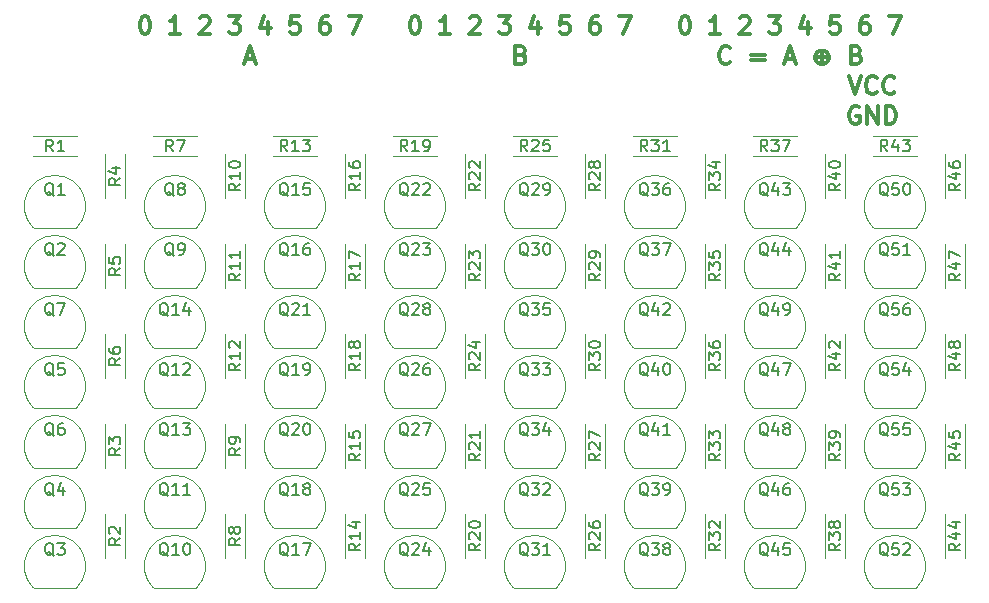
<source format=gto>
G04 #@! TF.FileFunction,Legend,Top*
%FSLAX46Y46*%
G04 Gerber Fmt 4.6, Leading zero omitted, Abs format (unit mm)*
G04 Created by KiCad (PCBNEW 4.0.7) date Mon Apr 30 03:51:18 2018*
%MOMM*%
%LPD*%
G01*
G04 APERTURE LIST*
%ADD10C,0.100000*%
%ADD11C,0.300000*%
%ADD12C,0.120000*%
%ADD13C,0.150000*%
G04 APERTURE END LIST*
D10*
D11*
X83748572Y-32198571D02*
X83891429Y-32198571D01*
X84034286Y-32270000D01*
X84105715Y-32341429D01*
X84177144Y-32484286D01*
X84248572Y-32770000D01*
X84248572Y-33127143D01*
X84177144Y-33412857D01*
X84105715Y-33555714D01*
X84034286Y-33627143D01*
X83891429Y-33698571D01*
X83748572Y-33698571D01*
X83605715Y-33627143D01*
X83534286Y-33555714D01*
X83462858Y-33412857D01*
X83391429Y-33127143D01*
X83391429Y-32770000D01*
X83462858Y-32484286D01*
X83534286Y-32341429D01*
X83605715Y-32270000D01*
X83748572Y-32198571D01*
X86788572Y-33698571D02*
X85931429Y-33698571D01*
X86360001Y-33698571D02*
X86360001Y-32198571D01*
X86217144Y-32412857D01*
X86074286Y-32555714D01*
X85931429Y-32627143D01*
X88471429Y-32341429D02*
X88542858Y-32270000D01*
X88685715Y-32198571D01*
X89042858Y-32198571D01*
X89185715Y-32270000D01*
X89257144Y-32341429D01*
X89328572Y-32484286D01*
X89328572Y-32627143D01*
X89257144Y-32841429D01*
X88400001Y-33698571D01*
X89328572Y-33698571D01*
X90940001Y-32198571D02*
X91868572Y-32198571D01*
X91368572Y-32770000D01*
X91582858Y-32770000D01*
X91725715Y-32841429D01*
X91797144Y-32912857D01*
X91868572Y-33055714D01*
X91868572Y-33412857D01*
X91797144Y-33555714D01*
X91725715Y-33627143D01*
X91582858Y-33698571D01*
X91154286Y-33698571D01*
X91011429Y-33627143D01*
X90940001Y-33555714D01*
X94265715Y-32698571D02*
X94265715Y-33698571D01*
X93908572Y-32127143D02*
X93551429Y-33198571D01*
X94480001Y-33198571D01*
X101100001Y-32198571D02*
X102100001Y-32198571D01*
X101457144Y-33698571D01*
X99345715Y-32198571D02*
X99060001Y-32198571D01*
X98917144Y-32270000D01*
X98845715Y-32341429D01*
X98702858Y-32555714D01*
X98631429Y-32841429D01*
X98631429Y-33412857D01*
X98702858Y-33555714D01*
X98774286Y-33627143D01*
X98917144Y-33698571D01*
X99202858Y-33698571D01*
X99345715Y-33627143D01*
X99417144Y-33555714D01*
X99488572Y-33412857D01*
X99488572Y-33055714D01*
X99417144Y-32912857D01*
X99345715Y-32841429D01*
X99202858Y-32770000D01*
X98917144Y-32770000D01*
X98774286Y-32841429D01*
X98702858Y-32912857D01*
X98631429Y-33055714D01*
X96877144Y-32198571D02*
X96162858Y-32198571D01*
X96091429Y-32912857D01*
X96162858Y-32841429D01*
X96305715Y-32770000D01*
X96662858Y-32770000D01*
X96805715Y-32841429D01*
X96877144Y-32912857D01*
X96948572Y-33055714D01*
X96948572Y-33412857D01*
X96877144Y-33555714D01*
X96805715Y-33627143D01*
X96662858Y-33698571D01*
X96305715Y-33698571D01*
X96162858Y-33627143D01*
X96091429Y-33555714D01*
X74017144Y-32198571D02*
X73302858Y-32198571D01*
X73231429Y-32912857D01*
X73302858Y-32841429D01*
X73445715Y-32770000D01*
X73802858Y-32770000D01*
X73945715Y-32841429D01*
X74017144Y-32912857D01*
X74088572Y-33055714D01*
X74088572Y-33412857D01*
X74017144Y-33555714D01*
X73945715Y-33627143D01*
X73802858Y-33698571D01*
X73445715Y-33698571D01*
X73302858Y-33627143D01*
X73231429Y-33555714D01*
X76485715Y-32198571D02*
X76200001Y-32198571D01*
X76057144Y-32270000D01*
X75985715Y-32341429D01*
X75842858Y-32555714D01*
X75771429Y-32841429D01*
X75771429Y-33412857D01*
X75842858Y-33555714D01*
X75914286Y-33627143D01*
X76057144Y-33698571D01*
X76342858Y-33698571D01*
X76485715Y-33627143D01*
X76557144Y-33555714D01*
X76628572Y-33412857D01*
X76628572Y-33055714D01*
X76557144Y-32912857D01*
X76485715Y-32841429D01*
X76342858Y-32770000D01*
X76057144Y-32770000D01*
X75914286Y-32841429D01*
X75842858Y-32912857D01*
X75771429Y-33055714D01*
X78240001Y-32198571D02*
X79240001Y-32198571D01*
X78597144Y-33698571D01*
X71405715Y-32698571D02*
X71405715Y-33698571D01*
X71048572Y-32127143D02*
X70691429Y-33198571D01*
X71620001Y-33198571D01*
X68080001Y-32198571D02*
X69008572Y-32198571D01*
X68508572Y-32770000D01*
X68722858Y-32770000D01*
X68865715Y-32841429D01*
X68937144Y-32912857D01*
X69008572Y-33055714D01*
X69008572Y-33412857D01*
X68937144Y-33555714D01*
X68865715Y-33627143D01*
X68722858Y-33698571D01*
X68294286Y-33698571D01*
X68151429Y-33627143D01*
X68080001Y-33555714D01*
X65611429Y-32341429D02*
X65682858Y-32270000D01*
X65825715Y-32198571D01*
X66182858Y-32198571D01*
X66325715Y-32270000D01*
X66397144Y-32341429D01*
X66468572Y-32484286D01*
X66468572Y-32627143D01*
X66397144Y-32841429D01*
X65540001Y-33698571D01*
X66468572Y-33698571D01*
X63928572Y-33698571D02*
X63071429Y-33698571D01*
X63500001Y-33698571D02*
X63500001Y-32198571D01*
X63357144Y-32412857D01*
X63214286Y-32555714D01*
X63071429Y-32627143D01*
X60888572Y-32198571D02*
X61031429Y-32198571D01*
X61174286Y-32270000D01*
X61245715Y-32341429D01*
X61317144Y-32484286D01*
X61388572Y-32770000D01*
X61388572Y-33127143D01*
X61317144Y-33412857D01*
X61245715Y-33555714D01*
X61174286Y-33627143D01*
X61031429Y-33698571D01*
X60888572Y-33698571D01*
X60745715Y-33627143D01*
X60674286Y-33555714D01*
X60602858Y-33412857D01*
X60531429Y-33127143D01*
X60531429Y-32770000D01*
X60602858Y-32484286D01*
X60674286Y-32341429D01*
X60745715Y-32270000D01*
X60888572Y-32198571D01*
X55380001Y-32198571D02*
X56380001Y-32198571D01*
X55737144Y-33698571D01*
X53625715Y-32198571D02*
X53340001Y-32198571D01*
X53197144Y-32270000D01*
X53125715Y-32341429D01*
X52982858Y-32555714D01*
X52911429Y-32841429D01*
X52911429Y-33412857D01*
X52982858Y-33555714D01*
X53054286Y-33627143D01*
X53197144Y-33698571D01*
X53482858Y-33698571D01*
X53625715Y-33627143D01*
X53697144Y-33555714D01*
X53768572Y-33412857D01*
X53768572Y-33055714D01*
X53697144Y-32912857D01*
X53625715Y-32841429D01*
X53482858Y-32770000D01*
X53197144Y-32770000D01*
X53054286Y-32841429D01*
X52982858Y-32912857D01*
X52911429Y-33055714D01*
X51157144Y-32198571D02*
X50442858Y-32198571D01*
X50371429Y-32912857D01*
X50442858Y-32841429D01*
X50585715Y-32770000D01*
X50942858Y-32770000D01*
X51085715Y-32841429D01*
X51157144Y-32912857D01*
X51228572Y-33055714D01*
X51228572Y-33412857D01*
X51157144Y-33555714D01*
X51085715Y-33627143D01*
X50942858Y-33698571D01*
X50585715Y-33698571D01*
X50442858Y-33627143D01*
X50371429Y-33555714D01*
X48545715Y-32698571D02*
X48545715Y-33698571D01*
X48188572Y-32127143D02*
X47831429Y-33198571D01*
X48760001Y-33198571D01*
X45220001Y-32198571D02*
X46148572Y-32198571D01*
X45648572Y-32770000D01*
X45862858Y-32770000D01*
X46005715Y-32841429D01*
X46077144Y-32912857D01*
X46148572Y-33055714D01*
X46148572Y-33412857D01*
X46077144Y-33555714D01*
X46005715Y-33627143D01*
X45862858Y-33698571D01*
X45434286Y-33698571D01*
X45291429Y-33627143D01*
X45220001Y-33555714D01*
X42751429Y-32341429D02*
X42822858Y-32270000D01*
X42965715Y-32198571D01*
X43322858Y-32198571D01*
X43465715Y-32270000D01*
X43537144Y-32341429D01*
X43608572Y-32484286D01*
X43608572Y-32627143D01*
X43537144Y-32841429D01*
X42680001Y-33698571D01*
X43608572Y-33698571D01*
X41068572Y-33698571D02*
X40211429Y-33698571D01*
X40640001Y-33698571D02*
X40640001Y-32198571D01*
X40497144Y-32412857D01*
X40354286Y-32555714D01*
X40211429Y-32627143D01*
X38028572Y-32198571D02*
X38171429Y-32198571D01*
X38314286Y-32270000D01*
X38385715Y-32341429D01*
X38457144Y-32484286D01*
X38528572Y-32770000D01*
X38528572Y-33127143D01*
X38457144Y-33412857D01*
X38385715Y-33555714D01*
X38314286Y-33627143D01*
X38171429Y-33698571D01*
X38028572Y-33698571D01*
X37885715Y-33627143D01*
X37814286Y-33555714D01*
X37742858Y-33412857D01*
X37671429Y-33127143D01*
X37671429Y-32770000D01*
X37742858Y-32484286D01*
X37814286Y-32341429D01*
X37885715Y-32270000D01*
X38028572Y-32198571D01*
X98552143Y-39890000D02*
X98409286Y-39818571D01*
X98195000Y-39818571D01*
X97980715Y-39890000D01*
X97837857Y-40032857D01*
X97766429Y-40175714D01*
X97695000Y-40461429D01*
X97695000Y-40675714D01*
X97766429Y-40961429D01*
X97837857Y-41104286D01*
X97980715Y-41247143D01*
X98195000Y-41318571D01*
X98337857Y-41318571D01*
X98552143Y-41247143D01*
X98623572Y-41175714D01*
X98623572Y-40675714D01*
X98337857Y-40675714D01*
X99266429Y-41318571D02*
X99266429Y-39818571D01*
X100123572Y-41318571D01*
X100123572Y-39818571D01*
X100837858Y-41318571D02*
X100837858Y-39818571D01*
X101195001Y-39818571D01*
X101409286Y-39890000D01*
X101552144Y-40032857D01*
X101623572Y-40175714D01*
X101695001Y-40461429D01*
X101695001Y-40675714D01*
X101623572Y-40961429D01*
X101552144Y-41104286D01*
X101409286Y-41247143D01*
X101195001Y-41318571D01*
X100837858Y-41318571D01*
X97695000Y-37278571D02*
X98195000Y-38778571D01*
X98695000Y-37278571D01*
X100052143Y-38635714D02*
X99980714Y-38707143D01*
X99766428Y-38778571D01*
X99623571Y-38778571D01*
X99409286Y-38707143D01*
X99266428Y-38564286D01*
X99195000Y-38421429D01*
X99123571Y-38135714D01*
X99123571Y-37921429D01*
X99195000Y-37635714D01*
X99266428Y-37492857D01*
X99409286Y-37350000D01*
X99623571Y-37278571D01*
X99766428Y-37278571D01*
X99980714Y-37350000D01*
X100052143Y-37421429D01*
X101552143Y-38635714D02*
X101480714Y-38707143D01*
X101266428Y-38778571D01*
X101123571Y-38778571D01*
X100909286Y-38707143D01*
X100766428Y-38564286D01*
X100695000Y-38421429D01*
X100623571Y-38135714D01*
X100623571Y-37921429D01*
X100695000Y-37635714D01*
X100766428Y-37492857D01*
X100909286Y-37350000D01*
X101123571Y-37278571D01*
X101266428Y-37278571D01*
X101480714Y-37350000D01*
X101552143Y-37421429D01*
X87638572Y-36095714D02*
X87567143Y-36167143D01*
X87352857Y-36238571D01*
X87210000Y-36238571D01*
X86995715Y-36167143D01*
X86852857Y-36024286D01*
X86781429Y-35881429D01*
X86710000Y-35595714D01*
X86710000Y-35381429D01*
X86781429Y-35095714D01*
X86852857Y-34952857D01*
X86995715Y-34810000D01*
X87210000Y-34738571D01*
X87352857Y-34738571D01*
X87567143Y-34810000D01*
X87638572Y-34881429D01*
X89424286Y-35452857D02*
X90567143Y-35452857D01*
X90567143Y-35881429D02*
X89424286Y-35881429D01*
X92352857Y-35810000D02*
X93067143Y-35810000D01*
X92210000Y-36238571D02*
X92710000Y-34738571D01*
X93210000Y-36238571D01*
X95281428Y-35095714D02*
X95567143Y-35095714D01*
X95852857Y-35238571D01*
X95995714Y-35524286D01*
X95995714Y-35810000D01*
X95852857Y-36095714D01*
X95567143Y-36238571D01*
X95281428Y-36238571D01*
X94995714Y-36095714D01*
X94852857Y-35810000D01*
X94852857Y-35524286D01*
X94995714Y-35238571D01*
X95281428Y-35095714D01*
X94995714Y-35667143D02*
X95852857Y-35667143D01*
X95424285Y-35238571D02*
X95424285Y-36095714D01*
X98352857Y-35452857D02*
X98567143Y-35524286D01*
X98638571Y-35595714D01*
X98710000Y-35738571D01*
X98710000Y-35952857D01*
X98638571Y-36095714D01*
X98567143Y-36167143D01*
X98424285Y-36238571D01*
X97852857Y-36238571D01*
X97852857Y-34738571D01*
X98352857Y-34738571D01*
X98495714Y-34810000D01*
X98567143Y-34881429D01*
X98638571Y-35024286D01*
X98638571Y-35167143D01*
X98567143Y-35310000D01*
X98495714Y-35381429D01*
X98352857Y-35452857D01*
X97852857Y-35452857D01*
X69957143Y-35452857D02*
X70171429Y-35524286D01*
X70242857Y-35595714D01*
X70314286Y-35738571D01*
X70314286Y-35952857D01*
X70242857Y-36095714D01*
X70171429Y-36167143D01*
X70028571Y-36238571D01*
X69457143Y-36238571D01*
X69457143Y-34738571D01*
X69957143Y-34738571D01*
X70100000Y-34810000D01*
X70171429Y-34881429D01*
X70242857Y-35024286D01*
X70242857Y-35167143D01*
X70171429Y-35310000D01*
X70100000Y-35381429D01*
X69957143Y-35452857D01*
X69457143Y-35452857D01*
X46632857Y-35810000D02*
X47347143Y-35810000D01*
X46490000Y-36238571D02*
X46990000Y-34738571D01*
X47490000Y-36238571D01*
D12*
X99800000Y-60270000D02*
X103400000Y-60270000D01*
X99761522Y-60258478D02*
G75*
G02X101600000Y-55820000I1838478J1838478D01*
G01*
X103438478Y-60258478D02*
G75*
G03X101600000Y-55820000I-1838478J1838478D01*
G01*
X99800000Y-70430000D02*
X103400000Y-70430000D01*
X99761522Y-70418478D02*
G75*
G02X101600000Y-65980000I1838478J1838478D01*
G01*
X103438478Y-70418478D02*
G75*
G03X101600000Y-65980000I-1838478J1838478D01*
G01*
X99800000Y-65350000D02*
X103400000Y-65350000D01*
X99761522Y-65338478D02*
G75*
G02X101600000Y-60900000I1838478J1838478D01*
G01*
X103438478Y-65338478D02*
G75*
G03X101600000Y-60900000I-1838478J1838478D01*
G01*
X99800000Y-75510000D02*
X103400000Y-75510000D01*
X99761522Y-75498478D02*
G75*
G02X101600000Y-71060000I1838478J1838478D01*
G01*
X103438478Y-75498478D02*
G75*
G03X101600000Y-71060000I-1838478J1838478D01*
G01*
X99800000Y-80590000D02*
X103400000Y-80590000D01*
X99761522Y-80578478D02*
G75*
G02X101600000Y-76140000I1838478J1838478D01*
G01*
X103438478Y-80578478D02*
G75*
G03X101600000Y-76140000I-1838478J1838478D01*
G01*
X99800000Y-55190000D02*
X103400000Y-55190000D01*
X99761522Y-55178478D02*
G75*
G02X101600000Y-50740000I1838478J1838478D01*
G01*
X103438478Y-55178478D02*
G75*
G03X101600000Y-50740000I-1838478J1838478D01*
G01*
X89640000Y-60270000D02*
X93240000Y-60270000D01*
X89601522Y-60258478D02*
G75*
G02X91440000Y-55820000I1838478J1838478D01*
G01*
X93278478Y-60258478D02*
G75*
G03X91440000Y-55820000I-1838478J1838478D01*
G01*
X89640000Y-70430000D02*
X93240000Y-70430000D01*
X89601522Y-70418478D02*
G75*
G02X91440000Y-65980000I1838478J1838478D01*
G01*
X93278478Y-70418478D02*
G75*
G03X91440000Y-65980000I-1838478J1838478D01*
G01*
X89640000Y-65350000D02*
X93240000Y-65350000D01*
X89601522Y-65338478D02*
G75*
G02X91440000Y-60900000I1838478J1838478D01*
G01*
X93278478Y-65338478D02*
G75*
G03X91440000Y-60900000I-1838478J1838478D01*
G01*
X89640000Y-75510000D02*
X93240000Y-75510000D01*
X89601522Y-75498478D02*
G75*
G02X91440000Y-71060000I1838478J1838478D01*
G01*
X93278478Y-75498478D02*
G75*
G03X91440000Y-71060000I-1838478J1838478D01*
G01*
X89640000Y-80590000D02*
X93240000Y-80590000D01*
X89601522Y-80578478D02*
G75*
G02X91440000Y-76140000I1838478J1838478D01*
G01*
X93278478Y-80578478D02*
G75*
G03X91440000Y-76140000I-1838478J1838478D01*
G01*
X89640000Y-55190000D02*
X93240000Y-55190000D01*
X89601522Y-55178478D02*
G75*
G02X91440000Y-50740000I1838478J1838478D01*
G01*
X93278478Y-55178478D02*
G75*
G03X91440000Y-50740000I-1838478J1838478D01*
G01*
X89640000Y-50110000D02*
X93240000Y-50110000D01*
X89601522Y-50098478D02*
G75*
G02X91440000Y-45660000I1838478J1838478D01*
G01*
X93278478Y-50098478D02*
G75*
G03X91440000Y-45660000I-1838478J1838478D01*
G01*
X79480000Y-60270000D02*
X83080000Y-60270000D01*
X79441522Y-60258478D02*
G75*
G02X81280000Y-55820000I1838478J1838478D01*
G01*
X83118478Y-60258478D02*
G75*
G03X81280000Y-55820000I-1838478J1838478D01*
G01*
X79480000Y-70430000D02*
X83080000Y-70430000D01*
X79441522Y-70418478D02*
G75*
G02X81280000Y-65980000I1838478J1838478D01*
G01*
X83118478Y-70418478D02*
G75*
G03X81280000Y-65980000I-1838478J1838478D01*
G01*
X79480000Y-65350000D02*
X83080000Y-65350000D01*
X79441522Y-65338478D02*
G75*
G02X81280000Y-60900000I1838478J1838478D01*
G01*
X83118478Y-65338478D02*
G75*
G03X81280000Y-60900000I-1838478J1838478D01*
G01*
X79480000Y-75510000D02*
X83080000Y-75510000D01*
X79441522Y-75498478D02*
G75*
G02X81280000Y-71060000I1838478J1838478D01*
G01*
X83118478Y-75498478D02*
G75*
G03X81280000Y-71060000I-1838478J1838478D01*
G01*
X79480000Y-80590000D02*
X83080000Y-80590000D01*
X79441522Y-80578478D02*
G75*
G02X81280000Y-76140000I1838478J1838478D01*
G01*
X83118478Y-80578478D02*
G75*
G03X81280000Y-76140000I-1838478J1838478D01*
G01*
X79480000Y-55190000D02*
X83080000Y-55190000D01*
X79441522Y-55178478D02*
G75*
G02X81280000Y-50740000I1838478J1838478D01*
G01*
X83118478Y-55178478D02*
G75*
G03X81280000Y-50740000I-1838478J1838478D01*
G01*
X79480000Y-50110000D02*
X83080000Y-50110000D01*
X79441522Y-50098478D02*
G75*
G02X81280000Y-45660000I1838478J1838478D01*
G01*
X83118478Y-50098478D02*
G75*
G03X81280000Y-45660000I-1838478J1838478D01*
G01*
X69320000Y-60270000D02*
X72920000Y-60270000D01*
X69281522Y-60258478D02*
G75*
G02X71120000Y-55820000I1838478J1838478D01*
G01*
X72958478Y-60258478D02*
G75*
G03X71120000Y-55820000I-1838478J1838478D01*
G01*
X69320000Y-70430000D02*
X72920000Y-70430000D01*
X69281522Y-70418478D02*
G75*
G02X71120000Y-65980000I1838478J1838478D01*
G01*
X72958478Y-70418478D02*
G75*
G03X71120000Y-65980000I-1838478J1838478D01*
G01*
X69320000Y-65350000D02*
X72920000Y-65350000D01*
X69281522Y-65338478D02*
G75*
G02X71120000Y-60900000I1838478J1838478D01*
G01*
X72958478Y-65338478D02*
G75*
G03X71120000Y-60900000I-1838478J1838478D01*
G01*
X69320000Y-75510000D02*
X72920000Y-75510000D01*
X69281522Y-75498478D02*
G75*
G02X71120000Y-71060000I1838478J1838478D01*
G01*
X72958478Y-75498478D02*
G75*
G03X71120000Y-71060000I-1838478J1838478D01*
G01*
X69320000Y-80590000D02*
X72920000Y-80590000D01*
X69281522Y-80578478D02*
G75*
G02X71120000Y-76140000I1838478J1838478D01*
G01*
X72958478Y-80578478D02*
G75*
G03X71120000Y-76140000I-1838478J1838478D01*
G01*
X69320000Y-55190000D02*
X72920000Y-55190000D01*
X69281522Y-55178478D02*
G75*
G02X71120000Y-50740000I1838478J1838478D01*
G01*
X72958478Y-55178478D02*
G75*
G03X71120000Y-50740000I-1838478J1838478D01*
G01*
X69320000Y-50110000D02*
X72920000Y-50110000D01*
X69281522Y-50098478D02*
G75*
G02X71120000Y-45660000I1838478J1838478D01*
G01*
X72958478Y-50098478D02*
G75*
G03X71120000Y-45660000I-1838478J1838478D01*
G01*
X59160000Y-60270000D02*
X62760000Y-60270000D01*
X59121522Y-60258478D02*
G75*
G02X60960000Y-55820000I1838478J1838478D01*
G01*
X62798478Y-60258478D02*
G75*
G03X60960000Y-55820000I-1838478J1838478D01*
G01*
X59160000Y-70430000D02*
X62760000Y-70430000D01*
X59121522Y-70418478D02*
G75*
G02X60960000Y-65980000I1838478J1838478D01*
G01*
X62798478Y-70418478D02*
G75*
G03X60960000Y-65980000I-1838478J1838478D01*
G01*
X59160000Y-65350000D02*
X62760000Y-65350000D01*
X59121522Y-65338478D02*
G75*
G02X60960000Y-60900000I1838478J1838478D01*
G01*
X62798478Y-65338478D02*
G75*
G03X60960000Y-60900000I-1838478J1838478D01*
G01*
X59160000Y-75510000D02*
X62760000Y-75510000D01*
X59121522Y-75498478D02*
G75*
G02X60960000Y-71060000I1838478J1838478D01*
G01*
X62798478Y-75498478D02*
G75*
G03X60960000Y-71060000I-1838478J1838478D01*
G01*
X59160000Y-80590000D02*
X62760000Y-80590000D01*
X59121522Y-80578478D02*
G75*
G02X60960000Y-76140000I1838478J1838478D01*
G01*
X62798478Y-80578478D02*
G75*
G03X60960000Y-76140000I-1838478J1838478D01*
G01*
X59160000Y-55190000D02*
X62760000Y-55190000D01*
X59121522Y-55178478D02*
G75*
G02X60960000Y-50740000I1838478J1838478D01*
G01*
X62798478Y-55178478D02*
G75*
G03X60960000Y-50740000I-1838478J1838478D01*
G01*
X59160000Y-50110000D02*
X62760000Y-50110000D01*
X59121522Y-50098478D02*
G75*
G02X60960000Y-45660000I1838478J1838478D01*
G01*
X62798478Y-50098478D02*
G75*
G03X60960000Y-45660000I-1838478J1838478D01*
G01*
X49000000Y-60270000D02*
X52600000Y-60270000D01*
X48961522Y-60258478D02*
G75*
G02X50800000Y-55820000I1838478J1838478D01*
G01*
X52638478Y-60258478D02*
G75*
G03X50800000Y-55820000I-1838478J1838478D01*
G01*
X49000000Y-70430000D02*
X52600000Y-70430000D01*
X48961522Y-70418478D02*
G75*
G02X50800000Y-65980000I1838478J1838478D01*
G01*
X52638478Y-70418478D02*
G75*
G03X50800000Y-65980000I-1838478J1838478D01*
G01*
X49000000Y-65350000D02*
X52600000Y-65350000D01*
X48961522Y-65338478D02*
G75*
G02X50800000Y-60900000I1838478J1838478D01*
G01*
X52638478Y-65338478D02*
G75*
G03X50800000Y-60900000I-1838478J1838478D01*
G01*
X49000000Y-75510000D02*
X52600000Y-75510000D01*
X48961522Y-75498478D02*
G75*
G02X50800000Y-71060000I1838478J1838478D01*
G01*
X52638478Y-75498478D02*
G75*
G03X50800000Y-71060000I-1838478J1838478D01*
G01*
X49000000Y-80590000D02*
X52600000Y-80590000D01*
X48961522Y-80578478D02*
G75*
G02X50800000Y-76140000I1838478J1838478D01*
G01*
X52638478Y-80578478D02*
G75*
G03X50800000Y-76140000I-1838478J1838478D01*
G01*
X49000000Y-55190000D02*
X52600000Y-55190000D01*
X48961522Y-55178478D02*
G75*
G02X50800000Y-50740000I1838478J1838478D01*
G01*
X52638478Y-55178478D02*
G75*
G03X50800000Y-50740000I-1838478J1838478D01*
G01*
X49000000Y-50110000D02*
X52600000Y-50110000D01*
X48961522Y-50098478D02*
G75*
G02X50800000Y-45660000I1838478J1838478D01*
G01*
X52638478Y-50098478D02*
G75*
G03X50800000Y-45660000I-1838478J1838478D01*
G01*
X38840000Y-60270000D02*
X42440000Y-60270000D01*
X38801522Y-60258478D02*
G75*
G02X40640000Y-55820000I1838478J1838478D01*
G01*
X42478478Y-60258478D02*
G75*
G03X40640000Y-55820000I-1838478J1838478D01*
G01*
X38840000Y-70430000D02*
X42440000Y-70430000D01*
X38801522Y-70418478D02*
G75*
G02X40640000Y-65980000I1838478J1838478D01*
G01*
X42478478Y-70418478D02*
G75*
G03X40640000Y-65980000I-1838478J1838478D01*
G01*
X38840000Y-65350000D02*
X42440000Y-65350000D01*
X38801522Y-65338478D02*
G75*
G02X40640000Y-60900000I1838478J1838478D01*
G01*
X42478478Y-65338478D02*
G75*
G03X40640000Y-60900000I-1838478J1838478D01*
G01*
X38840000Y-75510000D02*
X42440000Y-75510000D01*
X38801522Y-75498478D02*
G75*
G02X40640000Y-71060000I1838478J1838478D01*
G01*
X42478478Y-75498478D02*
G75*
G03X40640000Y-71060000I-1838478J1838478D01*
G01*
X38840000Y-80590000D02*
X42440000Y-80590000D01*
X38801522Y-80578478D02*
G75*
G02X40640000Y-76140000I1838478J1838478D01*
G01*
X42478478Y-80578478D02*
G75*
G03X40640000Y-76140000I-1838478J1838478D01*
G01*
X38840000Y-55190000D02*
X42440000Y-55190000D01*
X38801522Y-55178478D02*
G75*
G02X40640000Y-50740000I1838478J1838478D01*
G01*
X42478478Y-55178478D02*
G75*
G03X40640000Y-50740000I-1838478J1838478D01*
G01*
X38840000Y-50110000D02*
X42440000Y-50110000D01*
X38801522Y-50098478D02*
G75*
G02X40640000Y-45660000I1838478J1838478D01*
G01*
X42478478Y-50098478D02*
G75*
G03X40640000Y-45660000I-1838478J1838478D01*
G01*
X28680000Y-60270000D02*
X32280000Y-60270000D01*
X28641522Y-60258478D02*
G75*
G02X30480000Y-55820000I1838478J1838478D01*
G01*
X32318478Y-60258478D02*
G75*
G03X30480000Y-55820000I-1838478J1838478D01*
G01*
X28680000Y-70430000D02*
X32280000Y-70430000D01*
X28641522Y-70418478D02*
G75*
G02X30480000Y-65980000I1838478J1838478D01*
G01*
X32318478Y-70418478D02*
G75*
G03X30480000Y-65980000I-1838478J1838478D01*
G01*
X28680000Y-65350000D02*
X32280000Y-65350000D01*
X28641522Y-65338478D02*
G75*
G02X30480000Y-60900000I1838478J1838478D01*
G01*
X32318478Y-65338478D02*
G75*
G03X30480000Y-60900000I-1838478J1838478D01*
G01*
X28680000Y-75510000D02*
X32280000Y-75510000D01*
X28641522Y-75498478D02*
G75*
G02X30480000Y-71060000I1838478J1838478D01*
G01*
X32318478Y-75498478D02*
G75*
G03X30480000Y-71060000I-1838478J1838478D01*
G01*
X28680000Y-80590000D02*
X32280000Y-80590000D01*
X28641522Y-80578478D02*
G75*
G02X30480000Y-76140000I1838478J1838478D01*
G01*
X32318478Y-80578478D02*
G75*
G03X30480000Y-76140000I-1838478J1838478D01*
G01*
X28680000Y-55190000D02*
X32280000Y-55190000D01*
X28641522Y-55178478D02*
G75*
G02X30480000Y-50740000I1838478J1838478D01*
G01*
X32318478Y-55178478D02*
G75*
G03X30480000Y-50740000I-1838478J1838478D01*
G01*
X28680000Y-50110000D02*
X32280000Y-50110000D01*
X28641522Y-50098478D02*
G75*
G02X30480000Y-45660000I1838478J1838478D01*
G01*
X32318478Y-50098478D02*
G75*
G03X30480000Y-45660000I-1838478J1838478D01*
G01*
X99800000Y-50110000D02*
X103400000Y-50110000D01*
X99761522Y-50098478D02*
G75*
G02X101600000Y-45660000I1838478J1838478D01*
G01*
X103438478Y-50098478D02*
G75*
G03X101600000Y-45660000I-1838478J1838478D01*
G01*
X107540000Y-59100000D02*
X107540000Y-62820000D01*
X105820000Y-59100000D02*
X105820000Y-62820000D01*
X107540000Y-51480000D02*
X107540000Y-55200000D01*
X105820000Y-51480000D02*
X105820000Y-55200000D01*
X107540000Y-43860000D02*
X107540000Y-47580000D01*
X105820000Y-43860000D02*
X105820000Y-47580000D01*
X107540000Y-66720000D02*
X107540000Y-70440000D01*
X105820000Y-66720000D02*
X105820000Y-70440000D01*
X107540000Y-74340000D02*
X107540000Y-78060000D01*
X105820000Y-74340000D02*
X105820000Y-78060000D01*
X99740000Y-42320000D02*
X103460000Y-42320000D01*
X99740000Y-44040000D02*
X103460000Y-44040000D01*
X97380000Y-59100000D02*
X97380000Y-62820000D01*
X95660000Y-59100000D02*
X95660000Y-62820000D01*
X97380000Y-51480000D02*
X97380000Y-55200000D01*
X95660000Y-51480000D02*
X95660000Y-55200000D01*
X97380000Y-43860000D02*
X97380000Y-47580000D01*
X95660000Y-43860000D02*
X95660000Y-47580000D01*
X97380000Y-66720000D02*
X97380000Y-70440000D01*
X95660000Y-66720000D02*
X95660000Y-70440000D01*
X97380000Y-74340000D02*
X97380000Y-78060000D01*
X95660000Y-74340000D02*
X95660000Y-78060000D01*
X89580000Y-42320000D02*
X93300000Y-42320000D01*
X89580000Y-44040000D02*
X93300000Y-44040000D01*
X87220000Y-59100000D02*
X87220000Y-62820000D01*
X85500000Y-59100000D02*
X85500000Y-62820000D01*
X87220000Y-51480000D02*
X87220000Y-55200000D01*
X85500000Y-51480000D02*
X85500000Y-55200000D01*
X87220000Y-43860000D02*
X87220000Y-47580000D01*
X85500000Y-43860000D02*
X85500000Y-47580000D01*
X87220000Y-66720000D02*
X87220000Y-70440000D01*
X85500000Y-66720000D02*
X85500000Y-70440000D01*
X87220000Y-74340000D02*
X87220000Y-78060000D01*
X85500000Y-74340000D02*
X85500000Y-78060000D01*
X79420000Y-42320000D02*
X83140000Y-42320000D01*
X79420000Y-44040000D02*
X83140000Y-44040000D01*
X77060000Y-59100000D02*
X77060000Y-62820000D01*
X75340000Y-59100000D02*
X75340000Y-62820000D01*
X77060000Y-51480000D02*
X77060000Y-55200000D01*
X75340000Y-51480000D02*
X75340000Y-55200000D01*
X77060000Y-43860000D02*
X77060000Y-47580000D01*
X75340000Y-43860000D02*
X75340000Y-47580000D01*
X77060000Y-66720000D02*
X77060000Y-70440000D01*
X75340000Y-66720000D02*
X75340000Y-70440000D01*
X77060000Y-74340000D02*
X77060000Y-78060000D01*
X75340000Y-74340000D02*
X75340000Y-78060000D01*
X69260000Y-42320000D02*
X72980000Y-42320000D01*
X69260000Y-44040000D02*
X72980000Y-44040000D01*
X66900000Y-59100000D02*
X66900000Y-62820000D01*
X65180000Y-59100000D02*
X65180000Y-62820000D01*
X66900000Y-51480000D02*
X66900000Y-55200000D01*
X65180000Y-51480000D02*
X65180000Y-55200000D01*
X66900000Y-43860000D02*
X66900000Y-47580000D01*
X65180000Y-43860000D02*
X65180000Y-47580000D01*
X66900000Y-66720000D02*
X66900000Y-70440000D01*
X65180000Y-66720000D02*
X65180000Y-70440000D01*
X66900000Y-74340000D02*
X66900000Y-78060000D01*
X65180000Y-74340000D02*
X65180000Y-78060000D01*
X59100000Y-42320000D02*
X62820000Y-42320000D01*
X59100000Y-44040000D02*
X62820000Y-44040000D01*
X56740000Y-59100000D02*
X56740000Y-62820000D01*
X55020000Y-59100000D02*
X55020000Y-62820000D01*
X56740000Y-51480000D02*
X56740000Y-55200000D01*
X55020000Y-51480000D02*
X55020000Y-55200000D01*
X56740000Y-43860000D02*
X56740000Y-47580000D01*
X55020000Y-43860000D02*
X55020000Y-47580000D01*
X56740000Y-66720000D02*
X56740000Y-70440000D01*
X55020000Y-66720000D02*
X55020000Y-70440000D01*
X56740000Y-74340000D02*
X56740000Y-78060000D01*
X55020000Y-74340000D02*
X55020000Y-78060000D01*
X48940000Y-42320000D02*
X52660000Y-42320000D01*
X48940000Y-44040000D02*
X52660000Y-44040000D01*
X46580000Y-59100000D02*
X46580000Y-62820000D01*
X44860000Y-59100000D02*
X44860000Y-62820000D01*
X46580000Y-51480000D02*
X46580000Y-55200000D01*
X44860000Y-51480000D02*
X44860000Y-55200000D01*
X46580000Y-43860000D02*
X46580000Y-47580000D01*
X44860000Y-43860000D02*
X44860000Y-47580000D01*
X46580000Y-66720000D02*
X46580000Y-70440000D01*
X44860000Y-66720000D02*
X44860000Y-70440000D01*
X46580000Y-74340000D02*
X46580000Y-78060000D01*
X44860000Y-74340000D02*
X44860000Y-78060000D01*
X38780000Y-42320000D02*
X42500000Y-42320000D01*
X38780000Y-44040000D02*
X42500000Y-44040000D01*
X36420000Y-59100000D02*
X36420000Y-62820000D01*
X34700000Y-59100000D02*
X34700000Y-62820000D01*
X36420000Y-51480000D02*
X36420000Y-55200000D01*
X34700000Y-51480000D02*
X34700000Y-55200000D01*
X36420000Y-43860000D02*
X36420000Y-47580000D01*
X34700000Y-43860000D02*
X34700000Y-47580000D01*
X36420000Y-66720000D02*
X36420000Y-70440000D01*
X34700000Y-66720000D02*
X34700000Y-70440000D01*
X36420000Y-74340000D02*
X36420000Y-78060000D01*
X34700000Y-74340000D02*
X34700000Y-78060000D01*
X28620000Y-42320000D02*
X32340000Y-42320000D01*
X28620000Y-44040000D02*
X32340000Y-44040000D01*
D13*
X101028572Y-57566619D02*
X100933334Y-57519000D01*
X100838096Y-57423762D01*
X100695239Y-57280905D01*
X100600000Y-57233286D01*
X100504762Y-57233286D01*
X100552381Y-57471381D02*
X100457143Y-57423762D01*
X100361905Y-57328524D01*
X100314286Y-57138048D01*
X100314286Y-56804714D01*
X100361905Y-56614238D01*
X100457143Y-56519000D01*
X100552381Y-56471381D01*
X100742858Y-56471381D01*
X100838096Y-56519000D01*
X100933334Y-56614238D01*
X100980953Y-56804714D01*
X100980953Y-57138048D01*
X100933334Y-57328524D01*
X100838096Y-57423762D01*
X100742858Y-57471381D01*
X100552381Y-57471381D01*
X101885715Y-56471381D02*
X101409524Y-56471381D01*
X101361905Y-56947571D01*
X101409524Y-56899952D01*
X101504762Y-56852333D01*
X101742858Y-56852333D01*
X101838096Y-56899952D01*
X101885715Y-56947571D01*
X101933334Y-57042810D01*
X101933334Y-57280905D01*
X101885715Y-57376143D01*
X101838096Y-57423762D01*
X101742858Y-57471381D01*
X101504762Y-57471381D01*
X101409524Y-57423762D01*
X101361905Y-57376143D01*
X102790477Y-56471381D02*
X102600000Y-56471381D01*
X102504762Y-56519000D01*
X102457143Y-56566619D01*
X102361905Y-56709476D01*
X102314286Y-56899952D01*
X102314286Y-57280905D01*
X102361905Y-57376143D01*
X102409524Y-57423762D01*
X102504762Y-57471381D01*
X102695239Y-57471381D01*
X102790477Y-57423762D01*
X102838096Y-57376143D01*
X102885715Y-57280905D01*
X102885715Y-57042810D01*
X102838096Y-56947571D01*
X102790477Y-56899952D01*
X102695239Y-56852333D01*
X102504762Y-56852333D01*
X102409524Y-56899952D01*
X102361905Y-56947571D01*
X102314286Y-57042810D01*
X101028572Y-67726619D02*
X100933334Y-67679000D01*
X100838096Y-67583762D01*
X100695239Y-67440905D01*
X100600000Y-67393286D01*
X100504762Y-67393286D01*
X100552381Y-67631381D02*
X100457143Y-67583762D01*
X100361905Y-67488524D01*
X100314286Y-67298048D01*
X100314286Y-66964714D01*
X100361905Y-66774238D01*
X100457143Y-66679000D01*
X100552381Y-66631381D01*
X100742858Y-66631381D01*
X100838096Y-66679000D01*
X100933334Y-66774238D01*
X100980953Y-66964714D01*
X100980953Y-67298048D01*
X100933334Y-67488524D01*
X100838096Y-67583762D01*
X100742858Y-67631381D01*
X100552381Y-67631381D01*
X101885715Y-66631381D02*
X101409524Y-66631381D01*
X101361905Y-67107571D01*
X101409524Y-67059952D01*
X101504762Y-67012333D01*
X101742858Y-67012333D01*
X101838096Y-67059952D01*
X101885715Y-67107571D01*
X101933334Y-67202810D01*
X101933334Y-67440905D01*
X101885715Y-67536143D01*
X101838096Y-67583762D01*
X101742858Y-67631381D01*
X101504762Y-67631381D01*
X101409524Y-67583762D01*
X101361905Y-67536143D01*
X102838096Y-66631381D02*
X102361905Y-66631381D01*
X102314286Y-67107571D01*
X102361905Y-67059952D01*
X102457143Y-67012333D01*
X102695239Y-67012333D01*
X102790477Y-67059952D01*
X102838096Y-67107571D01*
X102885715Y-67202810D01*
X102885715Y-67440905D01*
X102838096Y-67536143D01*
X102790477Y-67583762D01*
X102695239Y-67631381D01*
X102457143Y-67631381D01*
X102361905Y-67583762D01*
X102314286Y-67536143D01*
X101028572Y-62646619D02*
X100933334Y-62599000D01*
X100838096Y-62503762D01*
X100695239Y-62360905D01*
X100600000Y-62313286D01*
X100504762Y-62313286D01*
X100552381Y-62551381D02*
X100457143Y-62503762D01*
X100361905Y-62408524D01*
X100314286Y-62218048D01*
X100314286Y-61884714D01*
X100361905Y-61694238D01*
X100457143Y-61599000D01*
X100552381Y-61551381D01*
X100742858Y-61551381D01*
X100838096Y-61599000D01*
X100933334Y-61694238D01*
X100980953Y-61884714D01*
X100980953Y-62218048D01*
X100933334Y-62408524D01*
X100838096Y-62503762D01*
X100742858Y-62551381D01*
X100552381Y-62551381D01*
X101885715Y-61551381D02*
X101409524Y-61551381D01*
X101361905Y-62027571D01*
X101409524Y-61979952D01*
X101504762Y-61932333D01*
X101742858Y-61932333D01*
X101838096Y-61979952D01*
X101885715Y-62027571D01*
X101933334Y-62122810D01*
X101933334Y-62360905D01*
X101885715Y-62456143D01*
X101838096Y-62503762D01*
X101742858Y-62551381D01*
X101504762Y-62551381D01*
X101409524Y-62503762D01*
X101361905Y-62456143D01*
X102790477Y-61884714D02*
X102790477Y-62551381D01*
X102552381Y-61503762D02*
X102314286Y-62218048D01*
X102933334Y-62218048D01*
X101028572Y-72806619D02*
X100933334Y-72759000D01*
X100838096Y-72663762D01*
X100695239Y-72520905D01*
X100600000Y-72473286D01*
X100504762Y-72473286D01*
X100552381Y-72711381D02*
X100457143Y-72663762D01*
X100361905Y-72568524D01*
X100314286Y-72378048D01*
X100314286Y-72044714D01*
X100361905Y-71854238D01*
X100457143Y-71759000D01*
X100552381Y-71711381D01*
X100742858Y-71711381D01*
X100838096Y-71759000D01*
X100933334Y-71854238D01*
X100980953Y-72044714D01*
X100980953Y-72378048D01*
X100933334Y-72568524D01*
X100838096Y-72663762D01*
X100742858Y-72711381D01*
X100552381Y-72711381D01*
X101885715Y-71711381D02*
X101409524Y-71711381D01*
X101361905Y-72187571D01*
X101409524Y-72139952D01*
X101504762Y-72092333D01*
X101742858Y-72092333D01*
X101838096Y-72139952D01*
X101885715Y-72187571D01*
X101933334Y-72282810D01*
X101933334Y-72520905D01*
X101885715Y-72616143D01*
X101838096Y-72663762D01*
X101742858Y-72711381D01*
X101504762Y-72711381D01*
X101409524Y-72663762D01*
X101361905Y-72616143D01*
X102266667Y-71711381D02*
X102885715Y-71711381D01*
X102552381Y-72092333D01*
X102695239Y-72092333D01*
X102790477Y-72139952D01*
X102838096Y-72187571D01*
X102885715Y-72282810D01*
X102885715Y-72520905D01*
X102838096Y-72616143D01*
X102790477Y-72663762D01*
X102695239Y-72711381D01*
X102409524Y-72711381D01*
X102314286Y-72663762D01*
X102266667Y-72616143D01*
X101028572Y-77886619D02*
X100933334Y-77839000D01*
X100838096Y-77743762D01*
X100695239Y-77600905D01*
X100600000Y-77553286D01*
X100504762Y-77553286D01*
X100552381Y-77791381D02*
X100457143Y-77743762D01*
X100361905Y-77648524D01*
X100314286Y-77458048D01*
X100314286Y-77124714D01*
X100361905Y-76934238D01*
X100457143Y-76839000D01*
X100552381Y-76791381D01*
X100742858Y-76791381D01*
X100838096Y-76839000D01*
X100933334Y-76934238D01*
X100980953Y-77124714D01*
X100980953Y-77458048D01*
X100933334Y-77648524D01*
X100838096Y-77743762D01*
X100742858Y-77791381D01*
X100552381Y-77791381D01*
X101885715Y-76791381D02*
X101409524Y-76791381D01*
X101361905Y-77267571D01*
X101409524Y-77219952D01*
X101504762Y-77172333D01*
X101742858Y-77172333D01*
X101838096Y-77219952D01*
X101885715Y-77267571D01*
X101933334Y-77362810D01*
X101933334Y-77600905D01*
X101885715Y-77696143D01*
X101838096Y-77743762D01*
X101742858Y-77791381D01*
X101504762Y-77791381D01*
X101409524Y-77743762D01*
X101361905Y-77696143D01*
X102314286Y-76886619D02*
X102361905Y-76839000D01*
X102457143Y-76791381D01*
X102695239Y-76791381D01*
X102790477Y-76839000D01*
X102838096Y-76886619D01*
X102885715Y-76981857D01*
X102885715Y-77077095D01*
X102838096Y-77219952D01*
X102266667Y-77791381D01*
X102885715Y-77791381D01*
X101028572Y-52486619D02*
X100933334Y-52439000D01*
X100838096Y-52343762D01*
X100695239Y-52200905D01*
X100600000Y-52153286D01*
X100504762Y-52153286D01*
X100552381Y-52391381D02*
X100457143Y-52343762D01*
X100361905Y-52248524D01*
X100314286Y-52058048D01*
X100314286Y-51724714D01*
X100361905Y-51534238D01*
X100457143Y-51439000D01*
X100552381Y-51391381D01*
X100742858Y-51391381D01*
X100838096Y-51439000D01*
X100933334Y-51534238D01*
X100980953Y-51724714D01*
X100980953Y-52058048D01*
X100933334Y-52248524D01*
X100838096Y-52343762D01*
X100742858Y-52391381D01*
X100552381Y-52391381D01*
X101885715Y-51391381D02*
X101409524Y-51391381D01*
X101361905Y-51867571D01*
X101409524Y-51819952D01*
X101504762Y-51772333D01*
X101742858Y-51772333D01*
X101838096Y-51819952D01*
X101885715Y-51867571D01*
X101933334Y-51962810D01*
X101933334Y-52200905D01*
X101885715Y-52296143D01*
X101838096Y-52343762D01*
X101742858Y-52391381D01*
X101504762Y-52391381D01*
X101409524Y-52343762D01*
X101361905Y-52296143D01*
X102885715Y-52391381D02*
X102314286Y-52391381D01*
X102600000Y-52391381D02*
X102600000Y-51391381D01*
X102504762Y-51534238D01*
X102409524Y-51629476D01*
X102314286Y-51677095D01*
X90868572Y-57566619D02*
X90773334Y-57519000D01*
X90678096Y-57423762D01*
X90535239Y-57280905D01*
X90440000Y-57233286D01*
X90344762Y-57233286D01*
X90392381Y-57471381D02*
X90297143Y-57423762D01*
X90201905Y-57328524D01*
X90154286Y-57138048D01*
X90154286Y-56804714D01*
X90201905Y-56614238D01*
X90297143Y-56519000D01*
X90392381Y-56471381D01*
X90582858Y-56471381D01*
X90678096Y-56519000D01*
X90773334Y-56614238D01*
X90820953Y-56804714D01*
X90820953Y-57138048D01*
X90773334Y-57328524D01*
X90678096Y-57423762D01*
X90582858Y-57471381D01*
X90392381Y-57471381D01*
X91678096Y-56804714D02*
X91678096Y-57471381D01*
X91440000Y-56423762D02*
X91201905Y-57138048D01*
X91820953Y-57138048D01*
X92249524Y-57471381D02*
X92440000Y-57471381D01*
X92535239Y-57423762D01*
X92582858Y-57376143D01*
X92678096Y-57233286D01*
X92725715Y-57042810D01*
X92725715Y-56661857D01*
X92678096Y-56566619D01*
X92630477Y-56519000D01*
X92535239Y-56471381D01*
X92344762Y-56471381D01*
X92249524Y-56519000D01*
X92201905Y-56566619D01*
X92154286Y-56661857D01*
X92154286Y-56899952D01*
X92201905Y-56995190D01*
X92249524Y-57042810D01*
X92344762Y-57090429D01*
X92535239Y-57090429D01*
X92630477Y-57042810D01*
X92678096Y-56995190D01*
X92725715Y-56899952D01*
X90868572Y-67726619D02*
X90773334Y-67679000D01*
X90678096Y-67583762D01*
X90535239Y-67440905D01*
X90440000Y-67393286D01*
X90344762Y-67393286D01*
X90392381Y-67631381D02*
X90297143Y-67583762D01*
X90201905Y-67488524D01*
X90154286Y-67298048D01*
X90154286Y-66964714D01*
X90201905Y-66774238D01*
X90297143Y-66679000D01*
X90392381Y-66631381D01*
X90582858Y-66631381D01*
X90678096Y-66679000D01*
X90773334Y-66774238D01*
X90820953Y-66964714D01*
X90820953Y-67298048D01*
X90773334Y-67488524D01*
X90678096Y-67583762D01*
X90582858Y-67631381D01*
X90392381Y-67631381D01*
X91678096Y-66964714D02*
X91678096Y-67631381D01*
X91440000Y-66583762D02*
X91201905Y-67298048D01*
X91820953Y-67298048D01*
X92344762Y-67059952D02*
X92249524Y-67012333D01*
X92201905Y-66964714D01*
X92154286Y-66869476D01*
X92154286Y-66821857D01*
X92201905Y-66726619D01*
X92249524Y-66679000D01*
X92344762Y-66631381D01*
X92535239Y-66631381D01*
X92630477Y-66679000D01*
X92678096Y-66726619D01*
X92725715Y-66821857D01*
X92725715Y-66869476D01*
X92678096Y-66964714D01*
X92630477Y-67012333D01*
X92535239Y-67059952D01*
X92344762Y-67059952D01*
X92249524Y-67107571D01*
X92201905Y-67155190D01*
X92154286Y-67250429D01*
X92154286Y-67440905D01*
X92201905Y-67536143D01*
X92249524Y-67583762D01*
X92344762Y-67631381D01*
X92535239Y-67631381D01*
X92630477Y-67583762D01*
X92678096Y-67536143D01*
X92725715Y-67440905D01*
X92725715Y-67250429D01*
X92678096Y-67155190D01*
X92630477Y-67107571D01*
X92535239Y-67059952D01*
X90868572Y-62646619D02*
X90773334Y-62599000D01*
X90678096Y-62503762D01*
X90535239Y-62360905D01*
X90440000Y-62313286D01*
X90344762Y-62313286D01*
X90392381Y-62551381D02*
X90297143Y-62503762D01*
X90201905Y-62408524D01*
X90154286Y-62218048D01*
X90154286Y-61884714D01*
X90201905Y-61694238D01*
X90297143Y-61599000D01*
X90392381Y-61551381D01*
X90582858Y-61551381D01*
X90678096Y-61599000D01*
X90773334Y-61694238D01*
X90820953Y-61884714D01*
X90820953Y-62218048D01*
X90773334Y-62408524D01*
X90678096Y-62503762D01*
X90582858Y-62551381D01*
X90392381Y-62551381D01*
X91678096Y-61884714D02*
X91678096Y-62551381D01*
X91440000Y-61503762D02*
X91201905Y-62218048D01*
X91820953Y-62218048D01*
X92106667Y-61551381D02*
X92773334Y-61551381D01*
X92344762Y-62551381D01*
X90868572Y-72806619D02*
X90773334Y-72759000D01*
X90678096Y-72663762D01*
X90535239Y-72520905D01*
X90440000Y-72473286D01*
X90344762Y-72473286D01*
X90392381Y-72711381D02*
X90297143Y-72663762D01*
X90201905Y-72568524D01*
X90154286Y-72378048D01*
X90154286Y-72044714D01*
X90201905Y-71854238D01*
X90297143Y-71759000D01*
X90392381Y-71711381D01*
X90582858Y-71711381D01*
X90678096Y-71759000D01*
X90773334Y-71854238D01*
X90820953Y-72044714D01*
X90820953Y-72378048D01*
X90773334Y-72568524D01*
X90678096Y-72663762D01*
X90582858Y-72711381D01*
X90392381Y-72711381D01*
X91678096Y-72044714D02*
X91678096Y-72711381D01*
X91440000Y-71663762D02*
X91201905Y-72378048D01*
X91820953Y-72378048D01*
X92630477Y-71711381D02*
X92440000Y-71711381D01*
X92344762Y-71759000D01*
X92297143Y-71806619D01*
X92201905Y-71949476D01*
X92154286Y-72139952D01*
X92154286Y-72520905D01*
X92201905Y-72616143D01*
X92249524Y-72663762D01*
X92344762Y-72711381D01*
X92535239Y-72711381D01*
X92630477Y-72663762D01*
X92678096Y-72616143D01*
X92725715Y-72520905D01*
X92725715Y-72282810D01*
X92678096Y-72187571D01*
X92630477Y-72139952D01*
X92535239Y-72092333D01*
X92344762Y-72092333D01*
X92249524Y-72139952D01*
X92201905Y-72187571D01*
X92154286Y-72282810D01*
X90868572Y-77886619D02*
X90773334Y-77839000D01*
X90678096Y-77743762D01*
X90535239Y-77600905D01*
X90440000Y-77553286D01*
X90344762Y-77553286D01*
X90392381Y-77791381D02*
X90297143Y-77743762D01*
X90201905Y-77648524D01*
X90154286Y-77458048D01*
X90154286Y-77124714D01*
X90201905Y-76934238D01*
X90297143Y-76839000D01*
X90392381Y-76791381D01*
X90582858Y-76791381D01*
X90678096Y-76839000D01*
X90773334Y-76934238D01*
X90820953Y-77124714D01*
X90820953Y-77458048D01*
X90773334Y-77648524D01*
X90678096Y-77743762D01*
X90582858Y-77791381D01*
X90392381Y-77791381D01*
X91678096Y-77124714D02*
X91678096Y-77791381D01*
X91440000Y-76743762D02*
X91201905Y-77458048D01*
X91820953Y-77458048D01*
X92678096Y-76791381D02*
X92201905Y-76791381D01*
X92154286Y-77267571D01*
X92201905Y-77219952D01*
X92297143Y-77172333D01*
X92535239Y-77172333D01*
X92630477Y-77219952D01*
X92678096Y-77267571D01*
X92725715Y-77362810D01*
X92725715Y-77600905D01*
X92678096Y-77696143D01*
X92630477Y-77743762D01*
X92535239Y-77791381D01*
X92297143Y-77791381D01*
X92201905Y-77743762D01*
X92154286Y-77696143D01*
X90868572Y-52486619D02*
X90773334Y-52439000D01*
X90678096Y-52343762D01*
X90535239Y-52200905D01*
X90440000Y-52153286D01*
X90344762Y-52153286D01*
X90392381Y-52391381D02*
X90297143Y-52343762D01*
X90201905Y-52248524D01*
X90154286Y-52058048D01*
X90154286Y-51724714D01*
X90201905Y-51534238D01*
X90297143Y-51439000D01*
X90392381Y-51391381D01*
X90582858Y-51391381D01*
X90678096Y-51439000D01*
X90773334Y-51534238D01*
X90820953Y-51724714D01*
X90820953Y-52058048D01*
X90773334Y-52248524D01*
X90678096Y-52343762D01*
X90582858Y-52391381D01*
X90392381Y-52391381D01*
X91678096Y-51724714D02*
X91678096Y-52391381D01*
X91440000Y-51343762D02*
X91201905Y-52058048D01*
X91820953Y-52058048D01*
X92630477Y-51724714D02*
X92630477Y-52391381D01*
X92392381Y-51343762D02*
X92154286Y-52058048D01*
X92773334Y-52058048D01*
X90868572Y-47406619D02*
X90773334Y-47359000D01*
X90678096Y-47263762D01*
X90535239Y-47120905D01*
X90440000Y-47073286D01*
X90344762Y-47073286D01*
X90392381Y-47311381D02*
X90297143Y-47263762D01*
X90201905Y-47168524D01*
X90154286Y-46978048D01*
X90154286Y-46644714D01*
X90201905Y-46454238D01*
X90297143Y-46359000D01*
X90392381Y-46311381D01*
X90582858Y-46311381D01*
X90678096Y-46359000D01*
X90773334Y-46454238D01*
X90820953Y-46644714D01*
X90820953Y-46978048D01*
X90773334Y-47168524D01*
X90678096Y-47263762D01*
X90582858Y-47311381D01*
X90392381Y-47311381D01*
X91678096Y-46644714D02*
X91678096Y-47311381D01*
X91440000Y-46263762D02*
X91201905Y-46978048D01*
X91820953Y-46978048D01*
X92106667Y-46311381D02*
X92725715Y-46311381D01*
X92392381Y-46692333D01*
X92535239Y-46692333D01*
X92630477Y-46739952D01*
X92678096Y-46787571D01*
X92725715Y-46882810D01*
X92725715Y-47120905D01*
X92678096Y-47216143D01*
X92630477Y-47263762D01*
X92535239Y-47311381D01*
X92249524Y-47311381D01*
X92154286Y-47263762D01*
X92106667Y-47216143D01*
X80708572Y-57566619D02*
X80613334Y-57519000D01*
X80518096Y-57423762D01*
X80375239Y-57280905D01*
X80280000Y-57233286D01*
X80184762Y-57233286D01*
X80232381Y-57471381D02*
X80137143Y-57423762D01*
X80041905Y-57328524D01*
X79994286Y-57138048D01*
X79994286Y-56804714D01*
X80041905Y-56614238D01*
X80137143Y-56519000D01*
X80232381Y-56471381D01*
X80422858Y-56471381D01*
X80518096Y-56519000D01*
X80613334Y-56614238D01*
X80660953Y-56804714D01*
X80660953Y-57138048D01*
X80613334Y-57328524D01*
X80518096Y-57423762D01*
X80422858Y-57471381D01*
X80232381Y-57471381D01*
X81518096Y-56804714D02*
X81518096Y-57471381D01*
X81280000Y-56423762D02*
X81041905Y-57138048D01*
X81660953Y-57138048D01*
X81994286Y-56566619D02*
X82041905Y-56519000D01*
X82137143Y-56471381D01*
X82375239Y-56471381D01*
X82470477Y-56519000D01*
X82518096Y-56566619D01*
X82565715Y-56661857D01*
X82565715Y-56757095D01*
X82518096Y-56899952D01*
X81946667Y-57471381D01*
X82565715Y-57471381D01*
X80708572Y-67726619D02*
X80613334Y-67679000D01*
X80518096Y-67583762D01*
X80375239Y-67440905D01*
X80280000Y-67393286D01*
X80184762Y-67393286D01*
X80232381Y-67631381D02*
X80137143Y-67583762D01*
X80041905Y-67488524D01*
X79994286Y-67298048D01*
X79994286Y-66964714D01*
X80041905Y-66774238D01*
X80137143Y-66679000D01*
X80232381Y-66631381D01*
X80422858Y-66631381D01*
X80518096Y-66679000D01*
X80613334Y-66774238D01*
X80660953Y-66964714D01*
X80660953Y-67298048D01*
X80613334Y-67488524D01*
X80518096Y-67583762D01*
X80422858Y-67631381D01*
X80232381Y-67631381D01*
X81518096Y-66964714D02*
X81518096Y-67631381D01*
X81280000Y-66583762D02*
X81041905Y-67298048D01*
X81660953Y-67298048D01*
X82565715Y-67631381D02*
X81994286Y-67631381D01*
X82280000Y-67631381D02*
X82280000Y-66631381D01*
X82184762Y-66774238D01*
X82089524Y-66869476D01*
X81994286Y-66917095D01*
X80708572Y-62646619D02*
X80613334Y-62599000D01*
X80518096Y-62503762D01*
X80375239Y-62360905D01*
X80280000Y-62313286D01*
X80184762Y-62313286D01*
X80232381Y-62551381D02*
X80137143Y-62503762D01*
X80041905Y-62408524D01*
X79994286Y-62218048D01*
X79994286Y-61884714D01*
X80041905Y-61694238D01*
X80137143Y-61599000D01*
X80232381Y-61551381D01*
X80422858Y-61551381D01*
X80518096Y-61599000D01*
X80613334Y-61694238D01*
X80660953Y-61884714D01*
X80660953Y-62218048D01*
X80613334Y-62408524D01*
X80518096Y-62503762D01*
X80422858Y-62551381D01*
X80232381Y-62551381D01*
X81518096Y-61884714D02*
X81518096Y-62551381D01*
X81280000Y-61503762D02*
X81041905Y-62218048D01*
X81660953Y-62218048D01*
X82232381Y-61551381D02*
X82327620Y-61551381D01*
X82422858Y-61599000D01*
X82470477Y-61646619D01*
X82518096Y-61741857D01*
X82565715Y-61932333D01*
X82565715Y-62170429D01*
X82518096Y-62360905D01*
X82470477Y-62456143D01*
X82422858Y-62503762D01*
X82327620Y-62551381D01*
X82232381Y-62551381D01*
X82137143Y-62503762D01*
X82089524Y-62456143D01*
X82041905Y-62360905D01*
X81994286Y-62170429D01*
X81994286Y-61932333D01*
X82041905Y-61741857D01*
X82089524Y-61646619D01*
X82137143Y-61599000D01*
X82232381Y-61551381D01*
X80708572Y-72806619D02*
X80613334Y-72759000D01*
X80518096Y-72663762D01*
X80375239Y-72520905D01*
X80280000Y-72473286D01*
X80184762Y-72473286D01*
X80232381Y-72711381D02*
X80137143Y-72663762D01*
X80041905Y-72568524D01*
X79994286Y-72378048D01*
X79994286Y-72044714D01*
X80041905Y-71854238D01*
X80137143Y-71759000D01*
X80232381Y-71711381D01*
X80422858Y-71711381D01*
X80518096Y-71759000D01*
X80613334Y-71854238D01*
X80660953Y-72044714D01*
X80660953Y-72378048D01*
X80613334Y-72568524D01*
X80518096Y-72663762D01*
X80422858Y-72711381D01*
X80232381Y-72711381D01*
X80994286Y-71711381D02*
X81613334Y-71711381D01*
X81280000Y-72092333D01*
X81422858Y-72092333D01*
X81518096Y-72139952D01*
X81565715Y-72187571D01*
X81613334Y-72282810D01*
X81613334Y-72520905D01*
X81565715Y-72616143D01*
X81518096Y-72663762D01*
X81422858Y-72711381D01*
X81137143Y-72711381D01*
X81041905Y-72663762D01*
X80994286Y-72616143D01*
X82089524Y-72711381D02*
X82280000Y-72711381D01*
X82375239Y-72663762D01*
X82422858Y-72616143D01*
X82518096Y-72473286D01*
X82565715Y-72282810D01*
X82565715Y-71901857D01*
X82518096Y-71806619D01*
X82470477Y-71759000D01*
X82375239Y-71711381D01*
X82184762Y-71711381D01*
X82089524Y-71759000D01*
X82041905Y-71806619D01*
X81994286Y-71901857D01*
X81994286Y-72139952D01*
X82041905Y-72235190D01*
X82089524Y-72282810D01*
X82184762Y-72330429D01*
X82375239Y-72330429D01*
X82470477Y-72282810D01*
X82518096Y-72235190D01*
X82565715Y-72139952D01*
X80708572Y-77886619D02*
X80613334Y-77839000D01*
X80518096Y-77743762D01*
X80375239Y-77600905D01*
X80280000Y-77553286D01*
X80184762Y-77553286D01*
X80232381Y-77791381D02*
X80137143Y-77743762D01*
X80041905Y-77648524D01*
X79994286Y-77458048D01*
X79994286Y-77124714D01*
X80041905Y-76934238D01*
X80137143Y-76839000D01*
X80232381Y-76791381D01*
X80422858Y-76791381D01*
X80518096Y-76839000D01*
X80613334Y-76934238D01*
X80660953Y-77124714D01*
X80660953Y-77458048D01*
X80613334Y-77648524D01*
X80518096Y-77743762D01*
X80422858Y-77791381D01*
X80232381Y-77791381D01*
X80994286Y-76791381D02*
X81613334Y-76791381D01*
X81280000Y-77172333D01*
X81422858Y-77172333D01*
X81518096Y-77219952D01*
X81565715Y-77267571D01*
X81613334Y-77362810D01*
X81613334Y-77600905D01*
X81565715Y-77696143D01*
X81518096Y-77743762D01*
X81422858Y-77791381D01*
X81137143Y-77791381D01*
X81041905Y-77743762D01*
X80994286Y-77696143D01*
X82184762Y-77219952D02*
X82089524Y-77172333D01*
X82041905Y-77124714D01*
X81994286Y-77029476D01*
X81994286Y-76981857D01*
X82041905Y-76886619D01*
X82089524Y-76839000D01*
X82184762Y-76791381D01*
X82375239Y-76791381D01*
X82470477Y-76839000D01*
X82518096Y-76886619D01*
X82565715Y-76981857D01*
X82565715Y-77029476D01*
X82518096Y-77124714D01*
X82470477Y-77172333D01*
X82375239Y-77219952D01*
X82184762Y-77219952D01*
X82089524Y-77267571D01*
X82041905Y-77315190D01*
X81994286Y-77410429D01*
X81994286Y-77600905D01*
X82041905Y-77696143D01*
X82089524Y-77743762D01*
X82184762Y-77791381D01*
X82375239Y-77791381D01*
X82470477Y-77743762D01*
X82518096Y-77696143D01*
X82565715Y-77600905D01*
X82565715Y-77410429D01*
X82518096Y-77315190D01*
X82470477Y-77267571D01*
X82375239Y-77219952D01*
X80708572Y-52486619D02*
X80613334Y-52439000D01*
X80518096Y-52343762D01*
X80375239Y-52200905D01*
X80280000Y-52153286D01*
X80184762Y-52153286D01*
X80232381Y-52391381D02*
X80137143Y-52343762D01*
X80041905Y-52248524D01*
X79994286Y-52058048D01*
X79994286Y-51724714D01*
X80041905Y-51534238D01*
X80137143Y-51439000D01*
X80232381Y-51391381D01*
X80422858Y-51391381D01*
X80518096Y-51439000D01*
X80613334Y-51534238D01*
X80660953Y-51724714D01*
X80660953Y-52058048D01*
X80613334Y-52248524D01*
X80518096Y-52343762D01*
X80422858Y-52391381D01*
X80232381Y-52391381D01*
X80994286Y-51391381D02*
X81613334Y-51391381D01*
X81280000Y-51772333D01*
X81422858Y-51772333D01*
X81518096Y-51819952D01*
X81565715Y-51867571D01*
X81613334Y-51962810D01*
X81613334Y-52200905D01*
X81565715Y-52296143D01*
X81518096Y-52343762D01*
X81422858Y-52391381D01*
X81137143Y-52391381D01*
X81041905Y-52343762D01*
X80994286Y-52296143D01*
X81946667Y-51391381D02*
X82613334Y-51391381D01*
X82184762Y-52391381D01*
X80708572Y-47406619D02*
X80613334Y-47359000D01*
X80518096Y-47263762D01*
X80375239Y-47120905D01*
X80280000Y-47073286D01*
X80184762Y-47073286D01*
X80232381Y-47311381D02*
X80137143Y-47263762D01*
X80041905Y-47168524D01*
X79994286Y-46978048D01*
X79994286Y-46644714D01*
X80041905Y-46454238D01*
X80137143Y-46359000D01*
X80232381Y-46311381D01*
X80422858Y-46311381D01*
X80518096Y-46359000D01*
X80613334Y-46454238D01*
X80660953Y-46644714D01*
X80660953Y-46978048D01*
X80613334Y-47168524D01*
X80518096Y-47263762D01*
X80422858Y-47311381D01*
X80232381Y-47311381D01*
X80994286Y-46311381D02*
X81613334Y-46311381D01*
X81280000Y-46692333D01*
X81422858Y-46692333D01*
X81518096Y-46739952D01*
X81565715Y-46787571D01*
X81613334Y-46882810D01*
X81613334Y-47120905D01*
X81565715Y-47216143D01*
X81518096Y-47263762D01*
X81422858Y-47311381D01*
X81137143Y-47311381D01*
X81041905Y-47263762D01*
X80994286Y-47216143D01*
X82470477Y-46311381D02*
X82280000Y-46311381D01*
X82184762Y-46359000D01*
X82137143Y-46406619D01*
X82041905Y-46549476D01*
X81994286Y-46739952D01*
X81994286Y-47120905D01*
X82041905Y-47216143D01*
X82089524Y-47263762D01*
X82184762Y-47311381D01*
X82375239Y-47311381D01*
X82470477Y-47263762D01*
X82518096Y-47216143D01*
X82565715Y-47120905D01*
X82565715Y-46882810D01*
X82518096Y-46787571D01*
X82470477Y-46739952D01*
X82375239Y-46692333D01*
X82184762Y-46692333D01*
X82089524Y-46739952D01*
X82041905Y-46787571D01*
X81994286Y-46882810D01*
X70548572Y-57566619D02*
X70453334Y-57519000D01*
X70358096Y-57423762D01*
X70215239Y-57280905D01*
X70120000Y-57233286D01*
X70024762Y-57233286D01*
X70072381Y-57471381D02*
X69977143Y-57423762D01*
X69881905Y-57328524D01*
X69834286Y-57138048D01*
X69834286Y-56804714D01*
X69881905Y-56614238D01*
X69977143Y-56519000D01*
X70072381Y-56471381D01*
X70262858Y-56471381D01*
X70358096Y-56519000D01*
X70453334Y-56614238D01*
X70500953Y-56804714D01*
X70500953Y-57138048D01*
X70453334Y-57328524D01*
X70358096Y-57423762D01*
X70262858Y-57471381D01*
X70072381Y-57471381D01*
X70834286Y-56471381D02*
X71453334Y-56471381D01*
X71120000Y-56852333D01*
X71262858Y-56852333D01*
X71358096Y-56899952D01*
X71405715Y-56947571D01*
X71453334Y-57042810D01*
X71453334Y-57280905D01*
X71405715Y-57376143D01*
X71358096Y-57423762D01*
X71262858Y-57471381D01*
X70977143Y-57471381D01*
X70881905Y-57423762D01*
X70834286Y-57376143D01*
X72358096Y-56471381D02*
X71881905Y-56471381D01*
X71834286Y-56947571D01*
X71881905Y-56899952D01*
X71977143Y-56852333D01*
X72215239Y-56852333D01*
X72310477Y-56899952D01*
X72358096Y-56947571D01*
X72405715Y-57042810D01*
X72405715Y-57280905D01*
X72358096Y-57376143D01*
X72310477Y-57423762D01*
X72215239Y-57471381D01*
X71977143Y-57471381D01*
X71881905Y-57423762D01*
X71834286Y-57376143D01*
X70548572Y-67726619D02*
X70453334Y-67679000D01*
X70358096Y-67583762D01*
X70215239Y-67440905D01*
X70120000Y-67393286D01*
X70024762Y-67393286D01*
X70072381Y-67631381D02*
X69977143Y-67583762D01*
X69881905Y-67488524D01*
X69834286Y-67298048D01*
X69834286Y-66964714D01*
X69881905Y-66774238D01*
X69977143Y-66679000D01*
X70072381Y-66631381D01*
X70262858Y-66631381D01*
X70358096Y-66679000D01*
X70453334Y-66774238D01*
X70500953Y-66964714D01*
X70500953Y-67298048D01*
X70453334Y-67488524D01*
X70358096Y-67583762D01*
X70262858Y-67631381D01*
X70072381Y-67631381D01*
X70834286Y-66631381D02*
X71453334Y-66631381D01*
X71120000Y-67012333D01*
X71262858Y-67012333D01*
X71358096Y-67059952D01*
X71405715Y-67107571D01*
X71453334Y-67202810D01*
X71453334Y-67440905D01*
X71405715Y-67536143D01*
X71358096Y-67583762D01*
X71262858Y-67631381D01*
X70977143Y-67631381D01*
X70881905Y-67583762D01*
X70834286Y-67536143D01*
X72310477Y-66964714D02*
X72310477Y-67631381D01*
X72072381Y-66583762D02*
X71834286Y-67298048D01*
X72453334Y-67298048D01*
X70548572Y-62646619D02*
X70453334Y-62599000D01*
X70358096Y-62503762D01*
X70215239Y-62360905D01*
X70120000Y-62313286D01*
X70024762Y-62313286D01*
X70072381Y-62551381D02*
X69977143Y-62503762D01*
X69881905Y-62408524D01*
X69834286Y-62218048D01*
X69834286Y-61884714D01*
X69881905Y-61694238D01*
X69977143Y-61599000D01*
X70072381Y-61551381D01*
X70262858Y-61551381D01*
X70358096Y-61599000D01*
X70453334Y-61694238D01*
X70500953Y-61884714D01*
X70500953Y-62218048D01*
X70453334Y-62408524D01*
X70358096Y-62503762D01*
X70262858Y-62551381D01*
X70072381Y-62551381D01*
X70834286Y-61551381D02*
X71453334Y-61551381D01*
X71120000Y-61932333D01*
X71262858Y-61932333D01*
X71358096Y-61979952D01*
X71405715Y-62027571D01*
X71453334Y-62122810D01*
X71453334Y-62360905D01*
X71405715Y-62456143D01*
X71358096Y-62503762D01*
X71262858Y-62551381D01*
X70977143Y-62551381D01*
X70881905Y-62503762D01*
X70834286Y-62456143D01*
X71786667Y-61551381D02*
X72405715Y-61551381D01*
X72072381Y-61932333D01*
X72215239Y-61932333D01*
X72310477Y-61979952D01*
X72358096Y-62027571D01*
X72405715Y-62122810D01*
X72405715Y-62360905D01*
X72358096Y-62456143D01*
X72310477Y-62503762D01*
X72215239Y-62551381D01*
X71929524Y-62551381D01*
X71834286Y-62503762D01*
X71786667Y-62456143D01*
X70548572Y-72806619D02*
X70453334Y-72759000D01*
X70358096Y-72663762D01*
X70215239Y-72520905D01*
X70120000Y-72473286D01*
X70024762Y-72473286D01*
X70072381Y-72711381D02*
X69977143Y-72663762D01*
X69881905Y-72568524D01*
X69834286Y-72378048D01*
X69834286Y-72044714D01*
X69881905Y-71854238D01*
X69977143Y-71759000D01*
X70072381Y-71711381D01*
X70262858Y-71711381D01*
X70358096Y-71759000D01*
X70453334Y-71854238D01*
X70500953Y-72044714D01*
X70500953Y-72378048D01*
X70453334Y-72568524D01*
X70358096Y-72663762D01*
X70262858Y-72711381D01*
X70072381Y-72711381D01*
X70834286Y-71711381D02*
X71453334Y-71711381D01*
X71120000Y-72092333D01*
X71262858Y-72092333D01*
X71358096Y-72139952D01*
X71405715Y-72187571D01*
X71453334Y-72282810D01*
X71453334Y-72520905D01*
X71405715Y-72616143D01*
X71358096Y-72663762D01*
X71262858Y-72711381D01*
X70977143Y-72711381D01*
X70881905Y-72663762D01*
X70834286Y-72616143D01*
X71834286Y-71806619D02*
X71881905Y-71759000D01*
X71977143Y-71711381D01*
X72215239Y-71711381D01*
X72310477Y-71759000D01*
X72358096Y-71806619D01*
X72405715Y-71901857D01*
X72405715Y-71997095D01*
X72358096Y-72139952D01*
X71786667Y-72711381D01*
X72405715Y-72711381D01*
X70548572Y-77886619D02*
X70453334Y-77839000D01*
X70358096Y-77743762D01*
X70215239Y-77600905D01*
X70120000Y-77553286D01*
X70024762Y-77553286D01*
X70072381Y-77791381D02*
X69977143Y-77743762D01*
X69881905Y-77648524D01*
X69834286Y-77458048D01*
X69834286Y-77124714D01*
X69881905Y-76934238D01*
X69977143Y-76839000D01*
X70072381Y-76791381D01*
X70262858Y-76791381D01*
X70358096Y-76839000D01*
X70453334Y-76934238D01*
X70500953Y-77124714D01*
X70500953Y-77458048D01*
X70453334Y-77648524D01*
X70358096Y-77743762D01*
X70262858Y-77791381D01*
X70072381Y-77791381D01*
X70834286Y-76791381D02*
X71453334Y-76791381D01*
X71120000Y-77172333D01*
X71262858Y-77172333D01*
X71358096Y-77219952D01*
X71405715Y-77267571D01*
X71453334Y-77362810D01*
X71453334Y-77600905D01*
X71405715Y-77696143D01*
X71358096Y-77743762D01*
X71262858Y-77791381D01*
X70977143Y-77791381D01*
X70881905Y-77743762D01*
X70834286Y-77696143D01*
X72405715Y-77791381D02*
X71834286Y-77791381D01*
X72120000Y-77791381D02*
X72120000Y-76791381D01*
X72024762Y-76934238D01*
X71929524Y-77029476D01*
X71834286Y-77077095D01*
X70548572Y-52486619D02*
X70453334Y-52439000D01*
X70358096Y-52343762D01*
X70215239Y-52200905D01*
X70120000Y-52153286D01*
X70024762Y-52153286D01*
X70072381Y-52391381D02*
X69977143Y-52343762D01*
X69881905Y-52248524D01*
X69834286Y-52058048D01*
X69834286Y-51724714D01*
X69881905Y-51534238D01*
X69977143Y-51439000D01*
X70072381Y-51391381D01*
X70262858Y-51391381D01*
X70358096Y-51439000D01*
X70453334Y-51534238D01*
X70500953Y-51724714D01*
X70500953Y-52058048D01*
X70453334Y-52248524D01*
X70358096Y-52343762D01*
X70262858Y-52391381D01*
X70072381Y-52391381D01*
X70834286Y-51391381D02*
X71453334Y-51391381D01*
X71120000Y-51772333D01*
X71262858Y-51772333D01*
X71358096Y-51819952D01*
X71405715Y-51867571D01*
X71453334Y-51962810D01*
X71453334Y-52200905D01*
X71405715Y-52296143D01*
X71358096Y-52343762D01*
X71262858Y-52391381D01*
X70977143Y-52391381D01*
X70881905Y-52343762D01*
X70834286Y-52296143D01*
X72072381Y-51391381D02*
X72167620Y-51391381D01*
X72262858Y-51439000D01*
X72310477Y-51486619D01*
X72358096Y-51581857D01*
X72405715Y-51772333D01*
X72405715Y-52010429D01*
X72358096Y-52200905D01*
X72310477Y-52296143D01*
X72262858Y-52343762D01*
X72167620Y-52391381D01*
X72072381Y-52391381D01*
X71977143Y-52343762D01*
X71929524Y-52296143D01*
X71881905Y-52200905D01*
X71834286Y-52010429D01*
X71834286Y-51772333D01*
X71881905Y-51581857D01*
X71929524Y-51486619D01*
X71977143Y-51439000D01*
X72072381Y-51391381D01*
X70548572Y-47406619D02*
X70453334Y-47359000D01*
X70358096Y-47263762D01*
X70215239Y-47120905D01*
X70120000Y-47073286D01*
X70024762Y-47073286D01*
X70072381Y-47311381D02*
X69977143Y-47263762D01*
X69881905Y-47168524D01*
X69834286Y-46978048D01*
X69834286Y-46644714D01*
X69881905Y-46454238D01*
X69977143Y-46359000D01*
X70072381Y-46311381D01*
X70262858Y-46311381D01*
X70358096Y-46359000D01*
X70453334Y-46454238D01*
X70500953Y-46644714D01*
X70500953Y-46978048D01*
X70453334Y-47168524D01*
X70358096Y-47263762D01*
X70262858Y-47311381D01*
X70072381Y-47311381D01*
X70881905Y-46406619D02*
X70929524Y-46359000D01*
X71024762Y-46311381D01*
X71262858Y-46311381D01*
X71358096Y-46359000D01*
X71405715Y-46406619D01*
X71453334Y-46501857D01*
X71453334Y-46597095D01*
X71405715Y-46739952D01*
X70834286Y-47311381D01*
X71453334Y-47311381D01*
X71929524Y-47311381D02*
X72120000Y-47311381D01*
X72215239Y-47263762D01*
X72262858Y-47216143D01*
X72358096Y-47073286D01*
X72405715Y-46882810D01*
X72405715Y-46501857D01*
X72358096Y-46406619D01*
X72310477Y-46359000D01*
X72215239Y-46311381D01*
X72024762Y-46311381D01*
X71929524Y-46359000D01*
X71881905Y-46406619D01*
X71834286Y-46501857D01*
X71834286Y-46739952D01*
X71881905Y-46835190D01*
X71929524Y-46882810D01*
X72024762Y-46930429D01*
X72215239Y-46930429D01*
X72310477Y-46882810D01*
X72358096Y-46835190D01*
X72405715Y-46739952D01*
X60388572Y-57566619D02*
X60293334Y-57519000D01*
X60198096Y-57423762D01*
X60055239Y-57280905D01*
X59960000Y-57233286D01*
X59864762Y-57233286D01*
X59912381Y-57471381D02*
X59817143Y-57423762D01*
X59721905Y-57328524D01*
X59674286Y-57138048D01*
X59674286Y-56804714D01*
X59721905Y-56614238D01*
X59817143Y-56519000D01*
X59912381Y-56471381D01*
X60102858Y-56471381D01*
X60198096Y-56519000D01*
X60293334Y-56614238D01*
X60340953Y-56804714D01*
X60340953Y-57138048D01*
X60293334Y-57328524D01*
X60198096Y-57423762D01*
X60102858Y-57471381D01*
X59912381Y-57471381D01*
X60721905Y-56566619D02*
X60769524Y-56519000D01*
X60864762Y-56471381D01*
X61102858Y-56471381D01*
X61198096Y-56519000D01*
X61245715Y-56566619D01*
X61293334Y-56661857D01*
X61293334Y-56757095D01*
X61245715Y-56899952D01*
X60674286Y-57471381D01*
X61293334Y-57471381D01*
X61864762Y-56899952D02*
X61769524Y-56852333D01*
X61721905Y-56804714D01*
X61674286Y-56709476D01*
X61674286Y-56661857D01*
X61721905Y-56566619D01*
X61769524Y-56519000D01*
X61864762Y-56471381D01*
X62055239Y-56471381D01*
X62150477Y-56519000D01*
X62198096Y-56566619D01*
X62245715Y-56661857D01*
X62245715Y-56709476D01*
X62198096Y-56804714D01*
X62150477Y-56852333D01*
X62055239Y-56899952D01*
X61864762Y-56899952D01*
X61769524Y-56947571D01*
X61721905Y-56995190D01*
X61674286Y-57090429D01*
X61674286Y-57280905D01*
X61721905Y-57376143D01*
X61769524Y-57423762D01*
X61864762Y-57471381D01*
X62055239Y-57471381D01*
X62150477Y-57423762D01*
X62198096Y-57376143D01*
X62245715Y-57280905D01*
X62245715Y-57090429D01*
X62198096Y-56995190D01*
X62150477Y-56947571D01*
X62055239Y-56899952D01*
X60388572Y-67726619D02*
X60293334Y-67679000D01*
X60198096Y-67583762D01*
X60055239Y-67440905D01*
X59960000Y-67393286D01*
X59864762Y-67393286D01*
X59912381Y-67631381D02*
X59817143Y-67583762D01*
X59721905Y-67488524D01*
X59674286Y-67298048D01*
X59674286Y-66964714D01*
X59721905Y-66774238D01*
X59817143Y-66679000D01*
X59912381Y-66631381D01*
X60102858Y-66631381D01*
X60198096Y-66679000D01*
X60293334Y-66774238D01*
X60340953Y-66964714D01*
X60340953Y-67298048D01*
X60293334Y-67488524D01*
X60198096Y-67583762D01*
X60102858Y-67631381D01*
X59912381Y-67631381D01*
X60721905Y-66726619D02*
X60769524Y-66679000D01*
X60864762Y-66631381D01*
X61102858Y-66631381D01*
X61198096Y-66679000D01*
X61245715Y-66726619D01*
X61293334Y-66821857D01*
X61293334Y-66917095D01*
X61245715Y-67059952D01*
X60674286Y-67631381D01*
X61293334Y-67631381D01*
X61626667Y-66631381D02*
X62293334Y-66631381D01*
X61864762Y-67631381D01*
X60388572Y-62646619D02*
X60293334Y-62599000D01*
X60198096Y-62503762D01*
X60055239Y-62360905D01*
X59960000Y-62313286D01*
X59864762Y-62313286D01*
X59912381Y-62551381D02*
X59817143Y-62503762D01*
X59721905Y-62408524D01*
X59674286Y-62218048D01*
X59674286Y-61884714D01*
X59721905Y-61694238D01*
X59817143Y-61599000D01*
X59912381Y-61551381D01*
X60102858Y-61551381D01*
X60198096Y-61599000D01*
X60293334Y-61694238D01*
X60340953Y-61884714D01*
X60340953Y-62218048D01*
X60293334Y-62408524D01*
X60198096Y-62503762D01*
X60102858Y-62551381D01*
X59912381Y-62551381D01*
X60721905Y-61646619D02*
X60769524Y-61599000D01*
X60864762Y-61551381D01*
X61102858Y-61551381D01*
X61198096Y-61599000D01*
X61245715Y-61646619D01*
X61293334Y-61741857D01*
X61293334Y-61837095D01*
X61245715Y-61979952D01*
X60674286Y-62551381D01*
X61293334Y-62551381D01*
X62150477Y-61551381D02*
X61960000Y-61551381D01*
X61864762Y-61599000D01*
X61817143Y-61646619D01*
X61721905Y-61789476D01*
X61674286Y-61979952D01*
X61674286Y-62360905D01*
X61721905Y-62456143D01*
X61769524Y-62503762D01*
X61864762Y-62551381D01*
X62055239Y-62551381D01*
X62150477Y-62503762D01*
X62198096Y-62456143D01*
X62245715Y-62360905D01*
X62245715Y-62122810D01*
X62198096Y-62027571D01*
X62150477Y-61979952D01*
X62055239Y-61932333D01*
X61864762Y-61932333D01*
X61769524Y-61979952D01*
X61721905Y-62027571D01*
X61674286Y-62122810D01*
X60388572Y-72806619D02*
X60293334Y-72759000D01*
X60198096Y-72663762D01*
X60055239Y-72520905D01*
X59960000Y-72473286D01*
X59864762Y-72473286D01*
X59912381Y-72711381D02*
X59817143Y-72663762D01*
X59721905Y-72568524D01*
X59674286Y-72378048D01*
X59674286Y-72044714D01*
X59721905Y-71854238D01*
X59817143Y-71759000D01*
X59912381Y-71711381D01*
X60102858Y-71711381D01*
X60198096Y-71759000D01*
X60293334Y-71854238D01*
X60340953Y-72044714D01*
X60340953Y-72378048D01*
X60293334Y-72568524D01*
X60198096Y-72663762D01*
X60102858Y-72711381D01*
X59912381Y-72711381D01*
X60721905Y-71806619D02*
X60769524Y-71759000D01*
X60864762Y-71711381D01*
X61102858Y-71711381D01*
X61198096Y-71759000D01*
X61245715Y-71806619D01*
X61293334Y-71901857D01*
X61293334Y-71997095D01*
X61245715Y-72139952D01*
X60674286Y-72711381D01*
X61293334Y-72711381D01*
X62198096Y-71711381D02*
X61721905Y-71711381D01*
X61674286Y-72187571D01*
X61721905Y-72139952D01*
X61817143Y-72092333D01*
X62055239Y-72092333D01*
X62150477Y-72139952D01*
X62198096Y-72187571D01*
X62245715Y-72282810D01*
X62245715Y-72520905D01*
X62198096Y-72616143D01*
X62150477Y-72663762D01*
X62055239Y-72711381D01*
X61817143Y-72711381D01*
X61721905Y-72663762D01*
X61674286Y-72616143D01*
X60388572Y-77886619D02*
X60293334Y-77839000D01*
X60198096Y-77743762D01*
X60055239Y-77600905D01*
X59960000Y-77553286D01*
X59864762Y-77553286D01*
X59912381Y-77791381D02*
X59817143Y-77743762D01*
X59721905Y-77648524D01*
X59674286Y-77458048D01*
X59674286Y-77124714D01*
X59721905Y-76934238D01*
X59817143Y-76839000D01*
X59912381Y-76791381D01*
X60102858Y-76791381D01*
X60198096Y-76839000D01*
X60293334Y-76934238D01*
X60340953Y-77124714D01*
X60340953Y-77458048D01*
X60293334Y-77648524D01*
X60198096Y-77743762D01*
X60102858Y-77791381D01*
X59912381Y-77791381D01*
X60721905Y-76886619D02*
X60769524Y-76839000D01*
X60864762Y-76791381D01*
X61102858Y-76791381D01*
X61198096Y-76839000D01*
X61245715Y-76886619D01*
X61293334Y-76981857D01*
X61293334Y-77077095D01*
X61245715Y-77219952D01*
X60674286Y-77791381D01*
X61293334Y-77791381D01*
X62150477Y-77124714D02*
X62150477Y-77791381D01*
X61912381Y-76743762D02*
X61674286Y-77458048D01*
X62293334Y-77458048D01*
X60388572Y-52486619D02*
X60293334Y-52439000D01*
X60198096Y-52343762D01*
X60055239Y-52200905D01*
X59960000Y-52153286D01*
X59864762Y-52153286D01*
X59912381Y-52391381D02*
X59817143Y-52343762D01*
X59721905Y-52248524D01*
X59674286Y-52058048D01*
X59674286Y-51724714D01*
X59721905Y-51534238D01*
X59817143Y-51439000D01*
X59912381Y-51391381D01*
X60102858Y-51391381D01*
X60198096Y-51439000D01*
X60293334Y-51534238D01*
X60340953Y-51724714D01*
X60340953Y-52058048D01*
X60293334Y-52248524D01*
X60198096Y-52343762D01*
X60102858Y-52391381D01*
X59912381Y-52391381D01*
X60721905Y-51486619D02*
X60769524Y-51439000D01*
X60864762Y-51391381D01*
X61102858Y-51391381D01*
X61198096Y-51439000D01*
X61245715Y-51486619D01*
X61293334Y-51581857D01*
X61293334Y-51677095D01*
X61245715Y-51819952D01*
X60674286Y-52391381D01*
X61293334Y-52391381D01*
X61626667Y-51391381D02*
X62245715Y-51391381D01*
X61912381Y-51772333D01*
X62055239Y-51772333D01*
X62150477Y-51819952D01*
X62198096Y-51867571D01*
X62245715Y-51962810D01*
X62245715Y-52200905D01*
X62198096Y-52296143D01*
X62150477Y-52343762D01*
X62055239Y-52391381D01*
X61769524Y-52391381D01*
X61674286Y-52343762D01*
X61626667Y-52296143D01*
X60388572Y-47406619D02*
X60293334Y-47359000D01*
X60198096Y-47263762D01*
X60055239Y-47120905D01*
X59960000Y-47073286D01*
X59864762Y-47073286D01*
X59912381Y-47311381D02*
X59817143Y-47263762D01*
X59721905Y-47168524D01*
X59674286Y-46978048D01*
X59674286Y-46644714D01*
X59721905Y-46454238D01*
X59817143Y-46359000D01*
X59912381Y-46311381D01*
X60102858Y-46311381D01*
X60198096Y-46359000D01*
X60293334Y-46454238D01*
X60340953Y-46644714D01*
X60340953Y-46978048D01*
X60293334Y-47168524D01*
X60198096Y-47263762D01*
X60102858Y-47311381D01*
X59912381Y-47311381D01*
X60721905Y-46406619D02*
X60769524Y-46359000D01*
X60864762Y-46311381D01*
X61102858Y-46311381D01*
X61198096Y-46359000D01*
X61245715Y-46406619D01*
X61293334Y-46501857D01*
X61293334Y-46597095D01*
X61245715Y-46739952D01*
X60674286Y-47311381D01*
X61293334Y-47311381D01*
X61674286Y-46406619D02*
X61721905Y-46359000D01*
X61817143Y-46311381D01*
X62055239Y-46311381D01*
X62150477Y-46359000D01*
X62198096Y-46406619D01*
X62245715Y-46501857D01*
X62245715Y-46597095D01*
X62198096Y-46739952D01*
X61626667Y-47311381D01*
X62245715Y-47311381D01*
X50228572Y-57566619D02*
X50133334Y-57519000D01*
X50038096Y-57423762D01*
X49895239Y-57280905D01*
X49800000Y-57233286D01*
X49704762Y-57233286D01*
X49752381Y-57471381D02*
X49657143Y-57423762D01*
X49561905Y-57328524D01*
X49514286Y-57138048D01*
X49514286Y-56804714D01*
X49561905Y-56614238D01*
X49657143Y-56519000D01*
X49752381Y-56471381D01*
X49942858Y-56471381D01*
X50038096Y-56519000D01*
X50133334Y-56614238D01*
X50180953Y-56804714D01*
X50180953Y-57138048D01*
X50133334Y-57328524D01*
X50038096Y-57423762D01*
X49942858Y-57471381D01*
X49752381Y-57471381D01*
X50561905Y-56566619D02*
X50609524Y-56519000D01*
X50704762Y-56471381D01*
X50942858Y-56471381D01*
X51038096Y-56519000D01*
X51085715Y-56566619D01*
X51133334Y-56661857D01*
X51133334Y-56757095D01*
X51085715Y-56899952D01*
X50514286Y-57471381D01*
X51133334Y-57471381D01*
X52085715Y-57471381D02*
X51514286Y-57471381D01*
X51800000Y-57471381D02*
X51800000Y-56471381D01*
X51704762Y-56614238D01*
X51609524Y-56709476D01*
X51514286Y-56757095D01*
X50228572Y-67726619D02*
X50133334Y-67679000D01*
X50038096Y-67583762D01*
X49895239Y-67440905D01*
X49800000Y-67393286D01*
X49704762Y-67393286D01*
X49752381Y-67631381D02*
X49657143Y-67583762D01*
X49561905Y-67488524D01*
X49514286Y-67298048D01*
X49514286Y-66964714D01*
X49561905Y-66774238D01*
X49657143Y-66679000D01*
X49752381Y-66631381D01*
X49942858Y-66631381D01*
X50038096Y-66679000D01*
X50133334Y-66774238D01*
X50180953Y-66964714D01*
X50180953Y-67298048D01*
X50133334Y-67488524D01*
X50038096Y-67583762D01*
X49942858Y-67631381D01*
X49752381Y-67631381D01*
X50561905Y-66726619D02*
X50609524Y-66679000D01*
X50704762Y-66631381D01*
X50942858Y-66631381D01*
X51038096Y-66679000D01*
X51085715Y-66726619D01*
X51133334Y-66821857D01*
X51133334Y-66917095D01*
X51085715Y-67059952D01*
X50514286Y-67631381D01*
X51133334Y-67631381D01*
X51752381Y-66631381D02*
X51847620Y-66631381D01*
X51942858Y-66679000D01*
X51990477Y-66726619D01*
X52038096Y-66821857D01*
X52085715Y-67012333D01*
X52085715Y-67250429D01*
X52038096Y-67440905D01*
X51990477Y-67536143D01*
X51942858Y-67583762D01*
X51847620Y-67631381D01*
X51752381Y-67631381D01*
X51657143Y-67583762D01*
X51609524Y-67536143D01*
X51561905Y-67440905D01*
X51514286Y-67250429D01*
X51514286Y-67012333D01*
X51561905Y-66821857D01*
X51609524Y-66726619D01*
X51657143Y-66679000D01*
X51752381Y-66631381D01*
X50228572Y-62646619D02*
X50133334Y-62599000D01*
X50038096Y-62503762D01*
X49895239Y-62360905D01*
X49800000Y-62313286D01*
X49704762Y-62313286D01*
X49752381Y-62551381D02*
X49657143Y-62503762D01*
X49561905Y-62408524D01*
X49514286Y-62218048D01*
X49514286Y-61884714D01*
X49561905Y-61694238D01*
X49657143Y-61599000D01*
X49752381Y-61551381D01*
X49942858Y-61551381D01*
X50038096Y-61599000D01*
X50133334Y-61694238D01*
X50180953Y-61884714D01*
X50180953Y-62218048D01*
X50133334Y-62408524D01*
X50038096Y-62503762D01*
X49942858Y-62551381D01*
X49752381Y-62551381D01*
X51133334Y-62551381D02*
X50561905Y-62551381D01*
X50847619Y-62551381D02*
X50847619Y-61551381D01*
X50752381Y-61694238D01*
X50657143Y-61789476D01*
X50561905Y-61837095D01*
X51609524Y-62551381D02*
X51800000Y-62551381D01*
X51895239Y-62503762D01*
X51942858Y-62456143D01*
X52038096Y-62313286D01*
X52085715Y-62122810D01*
X52085715Y-61741857D01*
X52038096Y-61646619D01*
X51990477Y-61599000D01*
X51895239Y-61551381D01*
X51704762Y-61551381D01*
X51609524Y-61599000D01*
X51561905Y-61646619D01*
X51514286Y-61741857D01*
X51514286Y-61979952D01*
X51561905Y-62075190D01*
X51609524Y-62122810D01*
X51704762Y-62170429D01*
X51895239Y-62170429D01*
X51990477Y-62122810D01*
X52038096Y-62075190D01*
X52085715Y-61979952D01*
X50228572Y-72806619D02*
X50133334Y-72759000D01*
X50038096Y-72663762D01*
X49895239Y-72520905D01*
X49800000Y-72473286D01*
X49704762Y-72473286D01*
X49752381Y-72711381D02*
X49657143Y-72663762D01*
X49561905Y-72568524D01*
X49514286Y-72378048D01*
X49514286Y-72044714D01*
X49561905Y-71854238D01*
X49657143Y-71759000D01*
X49752381Y-71711381D01*
X49942858Y-71711381D01*
X50038096Y-71759000D01*
X50133334Y-71854238D01*
X50180953Y-72044714D01*
X50180953Y-72378048D01*
X50133334Y-72568524D01*
X50038096Y-72663762D01*
X49942858Y-72711381D01*
X49752381Y-72711381D01*
X51133334Y-72711381D02*
X50561905Y-72711381D01*
X50847619Y-72711381D02*
X50847619Y-71711381D01*
X50752381Y-71854238D01*
X50657143Y-71949476D01*
X50561905Y-71997095D01*
X51704762Y-72139952D02*
X51609524Y-72092333D01*
X51561905Y-72044714D01*
X51514286Y-71949476D01*
X51514286Y-71901857D01*
X51561905Y-71806619D01*
X51609524Y-71759000D01*
X51704762Y-71711381D01*
X51895239Y-71711381D01*
X51990477Y-71759000D01*
X52038096Y-71806619D01*
X52085715Y-71901857D01*
X52085715Y-71949476D01*
X52038096Y-72044714D01*
X51990477Y-72092333D01*
X51895239Y-72139952D01*
X51704762Y-72139952D01*
X51609524Y-72187571D01*
X51561905Y-72235190D01*
X51514286Y-72330429D01*
X51514286Y-72520905D01*
X51561905Y-72616143D01*
X51609524Y-72663762D01*
X51704762Y-72711381D01*
X51895239Y-72711381D01*
X51990477Y-72663762D01*
X52038096Y-72616143D01*
X52085715Y-72520905D01*
X52085715Y-72330429D01*
X52038096Y-72235190D01*
X51990477Y-72187571D01*
X51895239Y-72139952D01*
X50228572Y-77886619D02*
X50133334Y-77839000D01*
X50038096Y-77743762D01*
X49895239Y-77600905D01*
X49800000Y-77553286D01*
X49704762Y-77553286D01*
X49752381Y-77791381D02*
X49657143Y-77743762D01*
X49561905Y-77648524D01*
X49514286Y-77458048D01*
X49514286Y-77124714D01*
X49561905Y-76934238D01*
X49657143Y-76839000D01*
X49752381Y-76791381D01*
X49942858Y-76791381D01*
X50038096Y-76839000D01*
X50133334Y-76934238D01*
X50180953Y-77124714D01*
X50180953Y-77458048D01*
X50133334Y-77648524D01*
X50038096Y-77743762D01*
X49942858Y-77791381D01*
X49752381Y-77791381D01*
X51133334Y-77791381D02*
X50561905Y-77791381D01*
X50847619Y-77791381D02*
X50847619Y-76791381D01*
X50752381Y-76934238D01*
X50657143Y-77029476D01*
X50561905Y-77077095D01*
X51466667Y-76791381D02*
X52133334Y-76791381D01*
X51704762Y-77791381D01*
X50228572Y-52486619D02*
X50133334Y-52439000D01*
X50038096Y-52343762D01*
X49895239Y-52200905D01*
X49800000Y-52153286D01*
X49704762Y-52153286D01*
X49752381Y-52391381D02*
X49657143Y-52343762D01*
X49561905Y-52248524D01*
X49514286Y-52058048D01*
X49514286Y-51724714D01*
X49561905Y-51534238D01*
X49657143Y-51439000D01*
X49752381Y-51391381D01*
X49942858Y-51391381D01*
X50038096Y-51439000D01*
X50133334Y-51534238D01*
X50180953Y-51724714D01*
X50180953Y-52058048D01*
X50133334Y-52248524D01*
X50038096Y-52343762D01*
X49942858Y-52391381D01*
X49752381Y-52391381D01*
X51133334Y-52391381D02*
X50561905Y-52391381D01*
X50847619Y-52391381D02*
X50847619Y-51391381D01*
X50752381Y-51534238D01*
X50657143Y-51629476D01*
X50561905Y-51677095D01*
X51990477Y-51391381D02*
X51800000Y-51391381D01*
X51704762Y-51439000D01*
X51657143Y-51486619D01*
X51561905Y-51629476D01*
X51514286Y-51819952D01*
X51514286Y-52200905D01*
X51561905Y-52296143D01*
X51609524Y-52343762D01*
X51704762Y-52391381D01*
X51895239Y-52391381D01*
X51990477Y-52343762D01*
X52038096Y-52296143D01*
X52085715Y-52200905D01*
X52085715Y-51962810D01*
X52038096Y-51867571D01*
X51990477Y-51819952D01*
X51895239Y-51772333D01*
X51704762Y-51772333D01*
X51609524Y-51819952D01*
X51561905Y-51867571D01*
X51514286Y-51962810D01*
X50228572Y-47406619D02*
X50133334Y-47359000D01*
X50038096Y-47263762D01*
X49895239Y-47120905D01*
X49800000Y-47073286D01*
X49704762Y-47073286D01*
X49752381Y-47311381D02*
X49657143Y-47263762D01*
X49561905Y-47168524D01*
X49514286Y-46978048D01*
X49514286Y-46644714D01*
X49561905Y-46454238D01*
X49657143Y-46359000D01*
X49752381Y-46311381D01*
X49942858Y-46311381D01*
X50038096Y-46359000D01*
X50133334Y-46454238D01*
X50180953Y-46644714D01*
X50180953Y-46978048D01*
X50133334Y-47168524D01*
X50038096Y-47263762D01*
X49942858Y-47311381D01*
X49752381Y-47311381D01*
X51133334Y-47311381D02*
X50561905Y-47311381D01*
X50847619Y-47311381D02*
X50847619Y-46311381D01*
X50752381Y-46454238D01*
X50657143Y-46549476D01*
X50561905Y-46597095D01*
X52038096Y-46311381D02*
X51561905Y-46311381D01*
X51514286Y-46787571D01*
X51561905Y-46739952D01*
X51657143Y-46692333D01*
X51895239Y-46692333D01*
X51990477Y-46739952D01*
X52038096Y-46787571D01*
X52085715Y-46882810D01*
X52085715Y-47120905D01*
X52038096Y-47216143D01*
X51990477Y-47263762D01*
X51895239Y-47311381D01*
X51657143Y-47311381D01*
X51561905Y-47263762D01*
X51514286Y-47216143D01*
X40068572Y-57566619D02*
X39973334Y-57519000D01*
X39878096Y-57423762D01*
X39735239Y-57280905D01*
X39640000Y-57233286D01*
X39544762Y-57233286D01*
X39592381Y-57471381D02*
X39497143Y-57423762D01*
X39401905Y-57328524D01*
X39354286Y-57138048D01*
X39354286Y-56804714D01*
X39401905Y-56614238D01*
X39497143Y-56519000D01*
X39592381Y-56471381D01*
X39782858Y-56471381D01*
X39878096Y-56519000D01*
X39973334Y-56614238D01*
X40020953Y-56804714D01*
X40020953Y-57138048D01*
X39973334Y-57328524D01*
X39878096Y-57423762D01*
X39782858Y-57471381D01*
X39592381Y-57471381D01*
X40973334Y-57471381D02*
X40401905Y-57471381D01*
X40687619Y-57471381D02*
X40687619Y-56471381D01*
X40592381Y-56614238D01*
X40497143Y-56709476D01*
X40401905Y-56757095D01*
X41830477Y-56804714D02*
X41830477Y-57471381D01*
X41592381Y-56423762D02*
X41354286Y-57138048D01*
X41973334Y-57138048D01*
X40068572Y-67726619D02*
X39973334Y-67679000D01*
X39878096Y-67583762D01*
X39735239Y-67440905D01*
X39640000Y-67393286D01*
X39544762Y-67393286D01*
X39592381Y-67631381D02*
X39497143Y-67583762D01*
X39401905Y-67488524D01*
X39354286Y-67298048D01*
X39354286Y-66964714D01*
X39401905Y-66774238D01*
X39497143Y-66679000D01*
X39592381Y-66631381D01*
X39782858Y-66631381D01*
X39878096Y-66679000D01*
X39973334Y-66774238D01*
X40020953Y-66964714D01*
X40020953Y-67298048D01*
X39973334Y-67488524D01*
X39878096Y-67583762D01*
X39782858Y-67631381D01*
X39592381Y-67631381D01*
X40973334Y-67631381D02*
X40401905Y-67631381D01*
X40687619Y-67631381D02*
X40687619Y-66631381D01*
X40592381Y-66774238D01*
X40497143Y-66869476D01*
X40401905Y-66917095D01*
X41306667Y-66631381D02*
X41925715Y-66631381D01*
X41592381Y-67012333D01*
X41735239Y-67012333D01*
X41830477Y-67059952D01*
X41878096Y-67107571D01*
X41925715Y-67202810D01*
X41925715Y-67440905D01*
X41878096Y-67536143D01*
X41830477Y-67583762D01*
X41735239Y-67631381D01*
X41449524Y-67631381D01*
X41354286Y-67583762D01*
X41306667Y-67536143D01*
X40068572Y-62646619D02*
X39973334Y-62599000D01*
X39878096Y-62503762D01*
X39735239Y-62360905D01*
X39640000Y-62313286D01*
X39544762Y-62313286D01*
X39592381Y-62551381D02*
X39497143Y-62503762D01*
X39401905Y-62408524D01*
X39354286Y-62218048D01*
X39354286Y-61884714D01*
X39401905Y-61694238D01*
X39497143Y-61599000D01*
X39592381Y-61551381D01*
X39782858Y-61551381D01*
X39878096Y-61599000D01*
X39973334Y-61694238D01*
X40020953Y-61884714D01*
X40020953Y-62218048D01*
X39973334Y-62408524D01*
X39878096Y-62503762D01*
X39782858Y-62551381D01*
X39592381Y-62551381D01*
X40973334Y-62551381D02*
X40401905Y-62551381D01*
X40687619Y-62551381D02*
X40687619Y-61551381D01*
X40592381Y-61694238D01*
X40497143Y-61789476D01*
X40401905Y-61837095D01*
X41354286Y-61646619D02*
X41401905Y-61599000D01*
X41497143Y-61551381D01*
X41735239Y-61551381D01*
X41830477Y-61599000D01*
X41878096Y-61646619D01*
X41925715Y-61741857D01*
X41925715Y-61837095D01*
X41878096Y-61979952D01*
X41306667Y-62551381D01*
X41925715Y-62551381D01*
X40068572Y-72806619D02*
X39973334Y-72759000D01*
X39878096Y-72663762D01*
X39735239Y-72520905D01*
X39640000Y-72473286D01*
X39544762Y-72473286D01*
X39592381Y-72711381D02*
X39497143Y-72663762D01*
X39401905Y-72568524D01*
X39354286Y-72378048D01*
X39354286Y-72044714D01*
X39401905Y-71854238D01*
X39497143Y-71759000D01*
X39592381Y-71711381D01*
X39782858Y-71711381D01*
X39878096Y-71759000D01*
X39973334Y-71854238D01*
X40020953Y-72044714D01*
X40020953Y-72378048D01*
X39973334Y-72568524D01*
X39878096Y-72663762D01*
X39782858Y-72711381D01*
X39592381Y-72711381D01*
X40973334Y-72711381D02*
X40401905Y-72711381D01*
X40687619Y-72711381D02*
X40687619Y-71711381D01*
X40592381Y-71854238D01*
X40497143Y-71949476D01*
X40401905Y-71997095D01*
X41925715Y-72711381D02*
X41354286Y-72711381D01*
X41640000Y-72711381D02*
X41640000Y-71711381D01*
X41544762Y-71854238D01*
X41449524Y-71949476D01*
X41354286Y-71997095D01*
X40068572Y-77886619D02*
X39973334Y-77839000D01*
X39878096Y-77743762D01*
X39735239Y-77600905D01*
X39640000Y-77553286D01*
X39544762Y-77553286D01*
X39592381Y-77791381D02*
X39497143Y-77743762D01*
X39401905Y-77648524D01*
X39354286Y-77458048D01*
X39354286Y-77124714D01*
X39401905Y-76934238D01*
X39497143Y-76839000D01*
X39592381Y-76791381D01*
X39782858Y-76791381D01*
X39878096Y-76839000D01*
X39973334Y-76934238D01*
X40020953Y-77124714D01*
X40020953Y-77458048D01*
X39973334Y-77648524D01*
X39878096Y-77743762D01*
X39782858Y-77791381D01*
X39592381Y-77791381D01*
X40973334Y-77791381D02*
X40401905Y-77791381D01*
X40687619Y-77791381D02*
X40687619Y-76791381D01*
X40592381Y-76934238D01*
X40497143Y-77029476D01*
X40401905Y-77077095D01*
X41592381Y-76791381D02*
X41687620Y-76791381D01*
X41782858Y-76839000D01*
X41830477Y-76886619D01*
X41878096Y-76981857D01*
X41925715Y-77172333D01*
X41925715Y-77410429D01*
X41878096Y-77600905D01*
X41830477Y-77696143D01*
X41782858Y-77743762D01*
X41687620Y-77791381D01*
X41592381Y-77791381D01*
X41497143Y-77743762D01*
X41449524Y-77696143D01*
X41401905Y-77600905D01*
X41354286Y-77410429D01*
X41354286Y-77172333D01*
X41401905Y-76981857D01*
X41449524Y-76886619D01*
X41497143Y-76839000D01*
X41592381Y-76791381D01*
X40544762Y-52486619D02*
X40449524Y-52439000D01*
X40354286Y-52343762D01*
X40211429Y-52200905D01*
X40116190Y-52153286D01*
X40020952Y-52153286D01*
X40068571Y-52391381D02*
X39973333Y-52343762D01*
X39878095Y-52248524D01*
X39830476Y-52058048D01*
X39830476Y-51724714D01*
X39878095Y-51534238D01*
X39973333Y-51439000D01*
X40068571Y-51391381D01*
X40259048Y-51391381D01*
X40354286Y-51439000D01*
X40449524Y-51534238D01*
X40497143Y-51724714D01*
X40497143Y-52058048D01*
X40449524Y-52248524D01*
X40354286Y-52343762D01*
X40259048Y-52391381D01*
X40068571Y-52391381D01*
X40973333Y-52391381D02*
X41163809Y-52391381D01*
X41259048Y-52343762D01*
X41306667Y-52296143D01*
X41401905Y-52153286D01*
X41449524Y-51962810D01*
X41449524Y-51581857D01*
X41401905Y-51486619D01*
X41354286Y-51439000D01*
X41259048Y-51391381D01*
X41068571Y-51391381D01*
X40973333Y-51439000D01*
X40925714Y-51486619D01*
X40878095Y-51581857D01*
X40878095Y-51819952D01*
X40925714Y-51915190D01*
X40973333Y-51962810D01*
X41068571Y-52010429D01*
X41259048Y-52010429D01*
X41354286Y-51962810D01*
X41401905Y-51915190D01*
X41449524Y-51819952D01*
X40544762Y-47406619D02*
X40449524Y-47359000D01*
X40354286Y-47263762D01*
X40211429Y-47120905D01*
X40116190Y-47073286D01*
X40020952Y-47073286D01*
X40068571Y-47311381D02*
X39973333Y-47263762D01*
X39878095Y-47168524D01*
X39830476Y-46978048D01*
X39830476Y-46644714D01*
X39878095Y-46454238D01*
X39973333Y-46359000D01*
X40068571Y-46311381D01*
X40259048Y-46311381D01*
X40354286Y-46359000D01*
X40449524Y-46454238D01*
X40497143Y-46644714D01*
X40497143Y-46978048D01*
X40449524Y-47168524D01*
X40354286Y-47263762D01*
X40259048Y-47311381D01*
X40068571Y-47311381D01*
X41068571Y-46739952D02*
X40973333Y-46692333D01*
X40925714Y-46644714D01*
X40878095Y-46549476D01*
X40878095Y-46501857D01*
X40925714Y-46406619D01*
X40973333Y-46359000D01*
X41068571Y-46311381D01*
X41259048Y-46311381D01*
X41354286Y-46359000D01*
X41401905Y-46406619D01*
X41449524Y-46501857D01*
X41449524Y-46549476D01*
X41401905Y-46644714D01*
X41354286Y-46692333D01*
X41259048Y-46739952D01*
X41068571Y-46739952D01*
X40973333Y-46787571D01*
X40925714Y-46835190D01*
X40878095Y-46930429D01*
X40878095Y-47120905D01*
X40925714Y-47216143D01*
X40973333Y-47263762D01*
X41068571Y-47311381D01*
X41259048Y-47311381D01*
X41354286Y-47263762D01*
X41401905Y-47216143D01*
X41449524Y-47120905D01*
X41449524Y-46930429D01*
X41401905Y-46835190D01*
X41354286Y-46787571D01*
X41259048Y-46739952D01*
X30384762Y-57566619D02*
X30289524Y-57519000D01*
X30194286Y-57423762D01*
X30051429Y-57280905D01*
X29956190Y-57233286D01*
X29860952Y-57233286D01*
X29908571Y-57471381D02*
X29813333Y-57423762D01*
X29718095Y-57328524D01*
X29670476Y-57138048D01*
X29670476Y-56804714D01*
X29718095Y-56614238D01*
X29813333Y-56519000D01*
X29908571Y-56471381D01*
X30099048Y-56471381D01*
X30194286Y-56519000D01*
X30289524Y-56614238D01*
X30337143Y-56804714D01*
X30337143Y-57138048D01*
X30289524Y-57328524D01*
X30194286Y-57423762D01*
X30099048Y-57471381D01*
X29908571Y-57471381D01*
X30670476Y-56471381D02*
X31337143Y-56471381D01*
X30908571Y-57471381D01*
X30384762Y-67726619D02*
X30289524Y-67679000D01*
X30194286Y-67583762D01*
X30051429Y-67440905D01*
X29956190Y-67393286D01*
X29860952Y-67393286D01*
X29908571Y-67631381D02*
X29813333Y-67583762D01*
X29718095Y-67488524D01*
X29670476Y-67298048D01*
X29670476Y-66964714D01*
X29718095Y-66774238D01*
X29813333Y-66679000D01*
X29908571Y-66631381D01*
X30099048Y-66631381D01*
X30194286Y-66679000D01*
X30289524Y-66774238D01*
X30337143Y-66964714D01*
X30337143Y-67298048D01*
X30289524Y-67488524D01*
X30194286Y-67583762D01*
X30099048Y-67631381D01*
X29908571Y-67631381D01*
X31194286Y-66631381D02*
X31003809Y-66631381D01*
X30908571Y-66679000D01*
X30860952Y-66726619D01*
X30765714Y-66869476D01*
X30718095Y-67059952D01*
X30718095Y-67440905D01*
X30765714Y-67536143D01*
X30813333Y-67583762D01*
X30908571Y-67631381D01*
X31099048Y-67631381D01*
X31194286Y-67583762D01*
X31241905Y-67536143D01*
X31289524Y-67440905D01*
X31289524Y-67202810D01*
X31241905Y-67107571D01*
X31194286Y-67059952D01*
X31099048Y-67012333D01*
X30908571Y-67012333D01*
X30813333Y-67059952D01*
X30765714Y-67107571D01*
X30718095Y-67202810D01*
X30384762Y-62646619D02*
X30289524Y-62599000D01*
X30194286Y-62503762D01*
X30051429Y-62360905D01*
X29956190Y-62313286D01*
X29860952Y-62313286D01*
X29908571Y-62551381D02*
X29813333Y-62503762D01*
X29718095Y-62408524D01*
X29670476Y-62218048D01*
X29670476Y-61884714D01*
X29718095Y-61694238D01*
X29813333Y-61599000D01*
X29908571Y-61551381D01*
X30099048Y-61551381D01*
X30194286Y-61599000D01*
X30289524Y-61694238D01*
X30337143Y-61884714D01*
X30337143Y-62218048D01*
X30289524Y-62408524D01*
X30194286Y-62503762D01*
X30099048Y-62551381D01*
X29908571Y-62551381D01*
X31241905Y-61551381D02*
X30765714Y-61551381D01*
X30718095Y-62027571D01*
X30765714Y-61979952D01*
X30860952Y-61932333D01*
X31099048Y-61932333D01*
X31194286Y-61979952D01*
X31241905Y-62027571D01*
X31289524Y-62122810D01*
X31289524Y-62360905D01*
X31241905Y-62456143D01*
X31194286Y-62503762D01*
X31099048Y-62551381D01*
X30860952Y-62551381D01*
X30765714Y-62503762D01*
X30718095Y-62456143D01*
X30384762Y-72806619D02*
X30289524Y-72759000D01*
X30194286Y-72663762D01*
X30051429Y-72520905D01*
X29956190Y-72473286D01*
X29860952Y-72473286D01*
X29908571Y-72711381D02*
X29813333Y-72663762D01*
X29718095Y-72568524D01*
X29670476Y-72378048D01*
X29670476Y-72044714D01*
X29718095Y-71854238D01*
X29813333Y-71759000D01*
X29908571Y-71711381D01*
X30099048Y-71711381D01*
X30194286Y-71759000D01*
X30289524Y-71854238D01*
X30337143Y-72044714D01*
X30337143Y-72378048D01*
X30289524Y-72568524D01*
X30194286Y-72663762D01*
X30099048Y-72711381D01*
X29908571Y-72711381D01*
X31194286Y-72044714D02*
X31194286Y-72711381D01*
X30956190Y-71663762D02*
X30718095Y-72378048D01*
X31337143Y-72378048D01*
X30384762Y-77886619D02*
X30289524Y-77839000D01*
X30194286Y-77743762D01*
X30051429Y-77600905D01*
X29956190Y-77553286D01*
X29860952Y-77553286D01*
X29908571Y-77791381D02*
X29813333Y-77743762D01*
X29718095Y-77648524D01*
X29670476Y-77458048D01*
X29670476Y-77124714D01*
X29718095Y-76934238D01*
X29813333Y-76839000D01*
X29908571Y-76791381D01*
X30099048Y-76791381D01*
X30194286Y-76839000D01*
X30289524Y-76934238D01*
X30337143Y-77124714D01*
X30337143Y-77458048D01*
X30289524Y-77648524D01*
X30194286Y-77743762D01*
X30099048Y-77791381D01*
X29908571Y-77791381D01*
X30670476Y-76791381D02*
X31289524Y-76791381D01*
X30956190Y-77172333D01*
X31099048Y-77172333D01*
X31194286Y-77219952D01*
X31241905Y-77267571D01*
X31289524Y-77362810D01*
X31289524Y-77600905D01*
X31241905Y-77696143D01*
X31194286Y-77743762D01*
X31099048Y-77791381D01*
X30813333Y-77791381D01*
X30718095Y-77743762D01*
X30670476Y-77696143D01*
X30384762Y-52486619D02*
X30289524Y-52439000D01*
X30194286Y-52343762D01*
X30051429Y-52200905D01*
X29956190Y-52153286D01*
X29860952Y-52153286D01*
X29908571Y-52391381D02*
X29813333Y-52343762D01*
X29718095Y-52248524D01*
X29670476Y-52058048D01*
X29670476Y-51724714D01*
X29718095Y-51534238D01*
X29813333Y-51439000D01*
X29908571Y-51391381D01*
X30099048Y-51391381D01*
X30194286Y-51439000D01*
X30289524Y-51534238D01*
X30337143Y-51724714D01*
X30337143Y-52058048D01*
X30289524Y-52248524D01*
X30194286Y-52343762D01*
X30099048Y-52391381D01*
X29908571Y-52391381D01*
X30718095Y-51486619D02*
X30765714Y-51439000D01*
X30860952Y-51391381D01*
X31099048Y-51391381D01*
X31194286Y-51439000D01*
X31241905Y-51486619D01*
X31289524Y-51581857D01*
X31289524Y-51677095D01*
X31241905Y-51819952D01*
X30670476Y-52391381D01*
X31289524Y-52391381D01*
X30384762Y-47406619D02*
X30289524Y-47359000D01*
X30194286Y-47263762D01*
X30051429Y-47120905D01*
X29956190Y-47073286D01*
X29860952Y-47073286D01*
X29908571Y-47311381D02*
X29813333Y-47263762D01*
X29718095Y-47168524D01*
X29670476Y-46978048D01*
X29670476Y-46644714D01*
X29718095Y-46454238D01*
X29813333Y-46359000D01*
X29908571Y-46311381D01*
X30099048Y-46311381D01*
X30194286Y-46359000D01*
X30289524Y-46454238D01*
X30337143Y-46644714D01*
X30337143Y-46978048D01*
X30289524Y-47168524D01*
X30194286Y-47263762D01*
X30099048Y-47311381D01*
X29908571Y-47311381D01*
X31289524Y-47311381D02*
X30718095Y-47311381D01*
X31003809Y-47311381D02*
X31003809Y-46311381D01*
X30908571Y-46454238D01*
X30813333Y-46549476D01*
X30718095Y-46597095D01*
X101028572Y-47406619D02*
X100933334Y-47359000D01*
X100838096Y-47263762D01*
X100695239Y-47120905D01*
X100600000Y-47073286D01*
X100504762Y-47073286D01*
X100552381Y-47311381D02*
X100457143Y-47263762D01*
X100361905Y-47168524D01*
X100314286Y-46978048D01*
X100314286Y-46644714D01*
X100361905Y-46454238D01*
X100457143Y-46359000D01*
X100552381Y-46311381D01*
X100742858Y-46311381D01*
X100838096Y-46359000D01*
X100933334Y-46454238D01*
X100980953Y-46644714D01*
X100980953Y-46978048D01*
X100933334Y-47168524D01*
X100838096Y-47263762D01*
X100742858Y-47311381D01*
X100552381Y-47311381D01*
X101885715Y-46311381D02*
X101409524Y-46311381D01*
X101361905Y-46787571D01*
X101409524Y-46739952D01*
X101504762Y-46692333D01*
X101742858Y-46692333D01*
X101838096Y-46739952D01*
X101885715Y-46787571D01*
X101933334Y-46882810D01*
X101933334Y-47120905D01*
X101885715Y-47216143D01*
X101838096Y-47263762D01*
X101742858Y-47311381D01*
X101504762Y-47311381D01*
X101409524Y-47263762D01*
X101361905Y-47216143D01*
X102552381Y-46311381D02*
X102647620Y-46311381D01*
X102742858Y-46359000D01*
X102790477Y-46406619D01*
X102838096Y-46501857D01*
X102885715Y-46692333D01*
X102885715Y-46930429D01*
X102838096Y-47120905D01*
X102790477Y-47216143D01*
X102742858Y-47263762D01*
X102647620Y-47311381D01*
X102552381Y-47311381D01*
X102457143Y-47263762D01*
X102409524Y-47216143D01*
X102361905Y-47120905D01*
X102314286Y-46930429D01*
X102314286Y-46692333D01*
X102361905Y-46501857D01*
X102409524Y-46406619D01*
X102457143Y-46359000D01*
X102552381Y-46311381D01*
X107132381Y-61602857D02*
X106656190Y-61936191D01*
X107132381Y-62174286D02*
X106132381Y-62174286D01*
X106132381Y-61793333D01*
X106180000Y-61698095D01*
X106227619Y-61650476D01*
X106322857Y-61602857D01*
X106465714Y-61602857D01*
X106560952Y-61650476D01*
X106608571Y-61698095D01*
X106656190Y-61793333D01*
X106656190Y-62174286D01*
X106465714Y-60745714D02*
X107132381Y-60745714D01*
X106084762Y-60983810D02*
X106799048Y-61221905D01*
X106799048Y-60602857D01*
X106560952Y-60079048D02*
X106513333Y-60174286D01*
X106465714Y-60221905D01*
X106370476Y-60269524D01*
X106322857Y-60269524D01*
X106227619Y-60221905D01*
X106180000Y-60174286D01*
X106132381Y-60079048D01*
X106132381Y-59888571D01*
X106180000Y-59793333D01*
X106227619Y-59745714D01*
X106322857Y-59698095D01*
X106370476Y-59698095D01*
X106465714Y-59745714D01*
X106513333Y-59793333D01*
X106560952Y-59888571D01*
X106560952Y-60079048D01*
X106608571Y-60174286D01*
X106656190Y-60221905D01*
X106751429Y-60269524D01*
X106941905Y-60269524D01*
X107037143Y-60221905D01*
X107084762Y-60174286D01*
X107132381Y-60079048D01*
X107132381Y-59888571D01*
X107084762Y-59793333D01*
X107037143Y-59745714D01*
X106941905Y-59698095D01*
X106751429Y-59698095D01*
X106656190Y-59745714D01*
X106608571Y-59793333D01*
X106560952Y-59888571D01*
X107132381Y-53982857D02*
X106656190Y-54316191D01*
X107132381Y-54554286D02*
X106132381Y-54554286D01*
X106132381Y-54173333D01*
X106180000Y-54078095D01*
X106227619Y-54030476D01*
X106322857Y-53982857D01*
X106465714Y-53982857D01*
X106560952Y-54030476D01*
X106608571Y-54078095D01*
X106656190Y-54173333D01*
X106656190Y-54554286D01*
X106465714Y-53125714D02*
X107132381Y-53125714D01*
X106084762Y-53363810D02*
X106799048Y-53601905D01*
X106799048Y-52982857D01*
X106132381Y-52697143D02*
X106132381Y-52030476D01*
X107132381Y-52459048D01*
X107132381Y-46362857D02*
X106656190Y-46696191D01*
X107132381Y-46934286D02*
X106132381Y-46934286D01*
X106132381Y-46553333D01*
X106180000Y-46458095D01*
X106227619Y-46410476D01*
X106322857Y-46362857D01*
X106465714Y-46362857D01*
X106560952Y-46410476D01*
X106608571Y-46458095D01*
X106656190Y-46553333D01*
X106656190Y-46934286D01*
X106465714Y-45505714D02*
X107132381Y-45505714D01*
X106084762Y-45743810D02*
X106799048Y-45981905D01*
X106799048Y-45362857D01*
X106132381Y-44553333D02*
X106132381Y-44743810D01*
X106180000Y-44839048D01*
X106227619Y-44886667D01*
X106370476Y-44981905D01*
X106560952Y-45029524D01*
X106941905Y-45029524D01*
X107037143Y-44981905D01*
X107084762Y-44934286D01*
X107132381Y-44839048D01*
X107132381Y-44648571D01*
X107084762Y-44553333D01*
X107037143Y-44505714D01*
X106941905Y-44458095D01*
X106703810Y-44458095D01*
X106608571Y-44505714D01*
X106560952Y-44553333D01*
X106513333Y-44648571D01*
X106513333Y-44839048D01*
X106560952Y-44934286D01*
X106608571Y-44981905D01*
X106703810Y-45029524D01*
X107132381Y-69222857D02*
X106656190Y-69556191D01*
X107132381Y-69794286D02*
X106132381Y-69794286D01*
X106132381Y-69413333D01*
X106180000Y-69318095D01*
X106227619Y-69270476D01*
X106322857Y-69222857D01*
X106465714Y-69222857D01*
X106560952Y-69270476D01*
X106608571Y-69318095D01*
X106656190Y-69413333D01*
X106656190Y-69794286D01*
X106465714Y-68365714D02*
X107132381Y-68365714D01*
X106084762Y-68603810D02*
X106799048Y-68841905D01*
X106799048Y-68222857D01*
X106132381Y-67365714D02*
X106132381Y-67841905D01*
X106608571Y-67889524D01*
X106560952Y-67841905D01*
X106513333Y-67746667D01*
X106513333Y-67508571D01*
X106560952Y-67413333D01*
X106608571Y-67365714D01*
X106703810Y-67318095D01*
X106941905Y-67318095D01*
X107037143Y-67365714D01*
X107084762Y-67413333D01*
X107132381Y-67508571D01*
X107132381Y-67746667D01*
X107084762Y-67841905D01*
X107037143Y-67889524D01*
X107132381Y-76842857D02*
X106656190Y-77176191D01*
X107132381Y-77414286D02*
X106132381Y-77414286D01*
X106132381Y-77033333D01*
X106180000Y-76938095D01*
X106227619Y-76890476D01*
X106322857Y-76842857D01*
X106465714Y-76842857D01*
X106560952Y-76890476D01*
X106608571Y-76938095D01*
X106656190Y-77033333D01*
X106656190Y-77414286D01*
X106465714Y-75985714D02*
X107132381Y-75985714D01*
X106084762Y-76223810D02*
X106799048Y-76461905D01*
X106799048Y-75842857D01*
X106465714Y-75033333D02*
X107132381Y-75033333D01*
X106084762Y-75271429D02*
X106799048Y-75509524D01*
X106799048Y-74890476D01*
X100957143Y-43632381D02*
X100623809Y-43156190D01*
X100385714Y-43632381D02*
X100385714Y-42632381D01*
X100766667Y-42632381D01*
X100861905Y-42680000D01*
X100909524Y-42727619D01*
X100957143Y-42822857D01*
X100957143Y-42965714D01*
X100909524Y-43060952D01*
X100861905Y-43108571D01*
X100766667Y-43156190D01*
X100385714Y-43156190D01*
X101814286Y-42965714D02*
X101814286Y-43632381D01*
X101576190Y-42584762D02*
X101338095Y-43299048D01*
X101957143Y-43299048D01*
X102242857Y-42632381D02*
X102861905Y-42632381D01*
X102528571Y-43013333D01*
X102671429Y-43013333D01*
X102766667Y-43060952D01*
X102814286Y-43108571D01*
X102861905Y-43203810D01*
X102861905Y-43441905D01*
X102814286Y-43537143D01*
X102766667Y-43584762D01*
X102671429Y-43632381D01*
X102385714Y-43632381D01*
X102290476Y-43584762D01*
X102242857Y-43537143D01*
X96972381Y-61602857D02*
X96496190Y-61936191D01*
X96972381Y-62174286D02*
X95972381Y-62174286D01*
X95972381Y-61793333D01*
X96020000Y-61698095D01*
X96067619Y-61650476D01*
X96162857Y-61602857D01*
X96305714Y-61602857D01*
X96400952Y-61650476D01*
X96448571Y-61698095D01*
X96496190Y-61793333D01*
X96496190Y-62174286D01*
X96305714Y-60745714D02*
X96972381Y-60745714D01*
X95924762Y-60983810D02*
X96639048Y-61221905D01*
X96639048Y-60602857D01*
X96067619Y-60269524D02*
X96020000Y-60221905D01*
X95972381Y-60126667D01*
X95972381Y-59888571D01*
X96020000Y-59793333D01*
X96067619Y-59745714D01*
X96162857Y-59698095D01*
X96258095Y-59698095D01*
X96400952Y-59745714D01*
X96972381Y-60317143D01*
X96972381Y-59698095D01*
X96972381Y-53982857D02*
X96496190Y-54316191D01*
X96972381Y-54554286D02*
X95972381Y-54554286D01*
X95972381Y-54173333D01*
X96020000Y-54078095D01*
X96067619Y-54030476D01*
X96162857Y-53982857D01*
X96305714Y-53982857D01*
X96400952Y-54030476D01*
X96448571Y-54078095D01*
X96496190Y-54173333D01*
X96496190Y-54554286D01*
X96305714Y-53125714D02*
X96972381Y-53125714D01*
X95924762Y-53363810D02*
X96639048Y-53601905D01*
X96639048Y-52982857D01*
X96972381Y-52078095D02*
X96972381Y-52649524D01*
X96972381Y-52363810D02*
X95972381Y-52363810D01*
X96115238Y-52459048D01*
X96210476Y-52554286D01*
X96258095Y-52649524D01*
X96972381Y-46362857D02*
X96496190Y-46696191D01*
X96972381Y-46934286D02*
X95972381Y-46934286D01*
X95972381Y-46553333D01*
X96020000Y-46458095D01*
X96067619Y-46410476D01*
X96162857Y-46362857D01*
X96305714Y-46362857D01*
X96400952Y-46410476D01*
X96448571Y-46458095D01*
X96496190Y-46553333D01*
X96496190Y-46934286D01*
X96305714Y-45505714D02*
X96972381Y-45505714D01*
X95924762Y-45743810D02*
X96639048Y-45981905D01*
X96639048Y-45362857D01*
X95972381Y-44791429D02*
X95972381Y-44696190D01*
X96020000Y-44600952D01*
X96067619Y-44553333D01*
X96162857Y-44505714D01*
X96353333Y-44458095D01*
X96591429Y-44458095D01*
X96781905Y-44505714D01*
X96877143Y-44553333D01*
X96924762Y-44600952D01*
X96972381Y-44696190D01*
X96972381Y-44791429D01*
X96924762Y-44886667D01*
X96877143Y-44934286D01*
X96781905Y-44981905D01*
X96591429Y-45029524D01*
X96353333Y-45029524D01*
X96162857Y-44981905D01*
X96067619Y-44934286D01*
X96020000Y-44886667D01*
X95972381Y-44791429D01*
X96972381Y-69222857D02*
X96496190Y-69556191D01*
X96972381Y-69794286D02*
X95972381Y-69794286D01*
X95972381Y-69413333D01*
X96020000Y-69318095D01*
X96067619Y-69270476D01*
X96162857Y-69222857D01*
X96305714Y-69222857D01*
X96400952Y-69270476D01*
X96448571Y-69318095D01*
X96496190Y-69413333D01*
X96496190Y-69794286D01*
X95972381Y-68889524D02*
X95972381Y-68270476D01*
X96353333Y-68603810D01*
X96353333Y-68460952D01*
X96400952Y-68365714D01*
X96448571Y-68318095D01*
X96543810Y-68270476D01*
X96781905Y-68270476D01*
X96877143Y-68318095D01*
X96924762Y-68365714D01*
X96972381Y-68460952D01*
X96972381Y-68746667D01*
X96924762Y-68841905D01*
X96877143Y-68889524D01*
X96972381Y-67794286D02*
X96972381Y-67603810D01*
X96924762Y-67508571D01*
X96877143Y-67460952D01*
X96734286Y-67365714D01*
X96543810Y-67318095D01*
X96162857Y-67318095D01*
X96067619Y-67365714D01*
X96020000Y-67413333D01*
X95972381Y-67508571D01*
X95972381Y-67699048D01*
X96020000Y-67794286D01*
X96067619Y-67841905D01*
X96162857Y-67889524D01*
X96400952Y-67889524D01*
X96496190Y-67841905D01*
X96543810Y-67794286D01*
X96591429Y-67699048D01*
X96591429Y-67508571D01*
X96543810Y-67413333D01*
X96496190Y-67365714D01*
X96400952Y-67318095D01*
X96972381Y-76842857D02*
X96496190Y-77176191D01*
X96972381Y-77414286D02*
X95972381Y-77414286D01*
X95972381Y-77033333D01*
X96020000Y-76938095D01*
X96067619Y-76890476D01*
X96162857Y-76842857D01*
X96305714Y-76842857D01*
X96400952Y-76890476D01*
X96448571Y-76938095D01*
X96496190Y-77033333D01*
X96496190Y-77414286D01*
X95972381Y-76509524D02*
X95972381Y-75890476D01*
X96353333Y-76223810D01*
X96353333Y-76080952D01*
X96400952Y-75985714D01*
X96448571Y-75938095D01*
X96543810Y-75890476D01*
X96781905Y-75890476D01*
X96877143Y-75938095D01*
X96924762Y-75985714D01*
X96972381Y-76080952D01*
X96972381Y-76366667D01*
X96924762Y-76461905D01*
X96877143Y-76509524D01*
X96400952Y-75319048D02*
X96353333Y-75414286D01*
X96305714Y-75461905D01*
X96210476Y-75509524D01*
X96162857Y-75509524D01*
X96067619Y-75461905D01*
X96020000Y-75414286D01*
X95972381Y-75319048D01*
X95972381Y-75128571D01*
X96020000Y-75033333D01*
X96067619Y-74985714D01*
X96162857Y-74938095D01*
X96210476Y-74938095D01*
X96305714Y-74985714D01*
X96353333Y-75033333D01*
X96400952Y-75128571D01*
X96400952Y-75319048D01*
X96448571Y-75414286D01*
X96496190Y-75461905D01*
X96591429Y-75509524D01*
X96781905Y-75509524D01*
X96877143Y-75461905D01*
X96924762Y-75414286D01*
X96972381Y-75319048D01*
X96972381Y-75128571D01*
X96924762Y-75033333D01*
X96877143Y-74985714D01*
X96781905Y-74938095D01*
X96591429Y-74938095D01*
X96496190Y-74985714D01*
X96448571Y-75033333D01*
X96400952Y-75128571D01*
X90797143Y-43632381D02*
X90463809Y-43156190D01*
X90225714Y-43632381D02*
X90225714Y-42632381D01*
X90606667Y-42632381D01*
X90701905Y-42680000D01*
X90749524Y-42727619D01*
X90797143Y-42822857D01*
X90797143Y-42965714D01*
X90749524Y-43060952D01*
X90701905Y-43108571D01*
X90606667Y-43156190D01*
X90225714Y-43156190D01*
X91130476Y-42632381D02*
X91749524Y-42632381D01*
X91416190Y-43013333D01*
X91559048Y-43013333D01*
X91654286Y-43060952D01*
X91701905Y-43108571D01*
X91749524Y-43203810D01*
X91749524Y-43441905D01*
X91701905Y-43537143D01*
X91654286Y-43584762D01*
X91559048Y-43632381D01*
X91273333Y-43632381D01*
X91178095Y-43584762D01*
X91130476Y-43537143D01*
X92082857Y-42632381D02*
X92749524Y-42632381D01*
X92320952Y-43632381D01*
X86812381Y-61602857D02*
X86336190Y-61936191D01*
X86812381Y-62174286D02*
X85812381Y-62174286D01*
X85812381Y-61793333D01*
X85860000Y-61698095D01*
X85907619Y-61650476D01*
X86002857Y-61602857D01*
X86145714Y-61602857D01*
X86240952Y-61650476D01*
X86288571Y-61698095D01*
X86336190Y-61793333D01*
X86336190Y-62174286D01*
X85812381Y-61269524D02*
X85812381Y-60650476D01*
X86193333Y-60983810D01*
X86193333Y-60840952D01*
X86240952Y-60745714D01*
X86288571Y-60698095D01*
X86383810Y-60650476D01*
X86621905Y-60650476D01*
X86717143Y-60698095D01*
X86764762Y-60745714D01*
X86812381Y-60840952D01*
X86812381Y-61126667D01*
X86764762Y-61221905D01*
X86717143Y-61269524D01*
X85812381Y-59793333D02*
X85812381Y-59983810D01*
X85860000Y-60079048D01*
X85907619Y-60126667D01*
X86050476Y-60221905D01*
X86240952Y-60269524D01*
X86621905Y-60269524D01*
X86717143Y-60221905D01*
X86764762Y-60174286D01*
X86812381Y-60079048D01*
X86812381Y-59888571D01*
X86764762Y-59793333D01*
X86717143Y-59745714D01*
X86621905Y-59698095D01*
X86383810Y-59698095D01*
X86288571Y-59745714D01*
X86240952Y-59793333D01*
X86193333Y-59888571D01*
X86193333Y-60079048D01*
X86240952Y-60174286D01*
X86288571Y-60221905D01*
X86383810Y-60269524D01*
X86812381Y-53982857D02*
X86336190Y-54316191D01*
X86812381Y-54554286D02*
X85812381Y-54554286D01*
X85812381Y-54173333D01*
X85860000Y-54078095D01*
X85907619Y-54030476D01*
X86002857Y-53982857D01*
X86145714Y-53982857D01*
X86240952Y-54030476D01*
X86288571Y-54078095D01*
X86336190Y-54173333D01*
X86336190Y-54554286D01*
X85812381Y-53649524D02*
X85812381Y-53030476D01*
X86193333Y-53363810D01*
X86193333Y-53220952D01*
X86240952Y-53125714D01*
X86288571Y-53078095D01*
X86383810Y-53030476D01*
X86621905Y-53030476D01*
X86717143Y-53078095D01*
X86764762Y-53125714D01*
X86812381Y-53220952D01*
X86812381Y-53506667D01*
X86764762Y-53601905D01*
X86717143Y-53649524D01*
X85812381Y-52125714D02*
X85812381Y-52601905D01*
X86288571Y-52649524D01*
X86240952Y-52601905D01*
X86193333Y-52506667D01*
X86193333Y-52268571D01*
X86240952Y-52173333D01*
X86288571Y-52125714D01*
X86383810Y-52078095D01*
X86621905Y-52078095D01*
X86717143Y-52125714D01*
X86764762Y-52173333D01*
X86812381Y-52268571D01*
X86812381Y-52506667D01*
X86764762Y-52601905D01*
X86717143Y-52649524D01*
X86812381Y-46362857D02*
X86336190Y-46696191D01*
X86812381Y-46934286D02*
X85812381Y-46934286D01*
X85812381Y-46553333D01*
X85860000Y-46458095D01*
X85907619Y-46410476D01*
X86002857Y-46362857D01*
X86145714Y-46362857D01*
X86240952Y-46410476D01*
X86288571Y-46458095D01*
X86336190Y-46553333D01*
X86336190Y-46934286D01*
X85812381Y-46029524D02*
X85812381Y-45410476D01*
X86193333Y-45743810D01*
X86193333Y-45600952D01*
X86240952Y-45505714D01*
X86288571Y-45458095D01*
X86383810Y-45410476D01*
X86621905Y-45410476D01*
X86717143Y-45458095D01*
X86764762Y-45505714D01*
X86812381Y-45600952D01*
X86812381Y-45886667D01*
X86764762Y-45981905D01*
X86717143Y-46029524D01*
X86145714Y-44553333D02*
X86812381Y-44553333D01*
X85764762Y-44791429D02*
X86479048Y-45029524D01*
X86479048Y-44410476D01*
X86812381Y-69222857D02*
X86336190Y-69556191D01*
X86812381Y-69794286D02*
X85812381Y-69794286D01*
X85812381Y-69413333D01*
X85860000Y-69318095D01*
X85907619Y-69270476D01*
X86002857Y-69222857D01*
X86145714Y-69222857D01*
X86240952Y-69270476D01*
X86288571Y-69318095D01*
X86336190Y-69413333D01*
X86336190Y-69794286D01*
X85812381Y-68889524D02*
X85812381Y-68270476D01*
X86193333Y-68603810D01*
X86193333Y-68460952D01*
X86240952Y-68365714D01*
X86288571Y-68318095D01*
X86383810Y-68270476D01*
X86621905Y-68270476D01*
X86717143Y-68318095D01*
X86764762Y-68365714D01*
X86812381Y-68460952D01*
X86812381Y-68746667D01*
X86764762Y-68841905D01*
X86717143Y-68889524D01*
X85812381Y-67937143D02*
X85812381Y-67318095D01*
X86193333Y-67651429D01*
X86193333Y-67508571D01*
X86240952Y-67413333D01*
X86288571Y-67365714D01*
X86383810Y-67318095D01*
X86621905Y-67318095D01*
X86717143Y-67365714D01*
X86764762Y-67413333D01*
X86812381Y-67508571D01*
X86812381Y-67794286D01*
X86764762Y-67889524D01*
X86717143Y-67937143D01*
X86812381Y-76842857D02*
X86336190Y-77176191D01*
X86812381Y-77414286D02*
X85812381Y-77414286D01*
X85812381Y-77033333D01*
X85860000Y-76938095D01*
X85907619Y-76890476D01*
X86002857Y-76842857D01*
X86145714Y-76842857D01*
X86240952Y-76890476D01*
X86288571Y-76938095D01*
X86336190Y-77033333D01*
X86336190Y-77414286D01*
X85812381Y-76509524D02*
X85812381Y-75890476D01*
X86193333Y-76223810D01*
X86193333Y-76080952D01*
X86240952Y-75985714D01*
X86288571Y-75938095D01*
X86383810Y-75890476D01*
X86621905Y-75890476D01*
X86717143Y-75938095D01*
X86764762Y-75985714D01*
X86812381Y-76080952D01*
X86812381Y-76366667D01*
X86764762Y-76461905D01*
X86717143Y-76509524D01*
X85907619Y-75509524D02*
X85860000Y-75461905D01*
X85812381Y-75366667D01*
X85812381Y-75128571D01*
X85860000Y-75033333D01*
X85907619Y-74985714D01*
X86002857Y-74938095D01*
X86098095Y-74938095D01*
X86240952Y-74985714D01*
X86812381Y-75557143D01*
X86812381Y-74938095D01*
X80637143Y-43632381D02*
X80303809Y-43156190D01*
X80065714Y-43632381D02*
X80065714Y-42632381D01*
X80446667Y-42632381D01*
X80541905Y-42680000D01*
X80589524Y-42727619D01*
X80637143Y-42822857D01*
X80637143Y-42965714D01*
X80589524Y-43060952D01*
X80541905Y-43108571D01*
X80446667Y-43156190D01*
X80065714Y-43156190D01*
X80970476Y-42632381D02*
X81589524Y-42632381D01*
X81256190Y-43013333D01*
X81399048Y-43013333D01*
X81494286Y-43060952D01*
X81541905Y-43108571D01*
X81589524Y-43203810D01*
X81589524Y-43441905D01*
X81541905Y-43537143D01*
X81494286Y-43584762D01*
X81399048Y-43632381D01*
X81113333Y-43632381D01*
X81018095Y-43584762D01*
X80970476Y-43537143D01*
X82541905Y-43632381D02*
X81970476Y-43632381D01*
X82256190Y-43632381D02*
X82256190Y-42632381D01*
X82160952Y-42775238D01*
X82065714Y-42870476D01*
X81970476Y-42918095D01*
X76652381Y-61602857D02*
X76176190Y-61936191D01*
X76652381Y-62174286D02*
X75652381Y-62174286D01*
X75652381Y-61793333D01*
X75700000Y-61698095D01*
X75747619Y-61650476D01*
X75842857Y-61602857D01*
X75985714Y-61602857D01*
X76080952Y-61650476D01*
X76128571Y-61698095D01*
X76176190Y-61793333D01*
X76176190Y-62174286D01*
X75652381Y-61269524D02*
X75652381Y-60650476D01*
X76033333Y-60983810D01*
X76033333Y-60840952D01*
X76080952Y-60745714D01*
X76128571Y-60698095D01*
X76223810Y-60650476D01*
X76461905Y-60650476D01*
X76557143Y-60698095D01*
X76604762Y-60745714D01*
X76652381Y-60840952D01*
X76652381Y-61126667D01*
X76604762Y-61221905D01*
X76557143Y-61269524D01*
X75652381Y-60031429D02*
X75652381Y-59936190D01*
X75700000Y-59840952D01*
X75747619Y-59793333D01*
X75842857Y-59745714D01*
X76033333Y-59698095D01*
X76271429Y-59698095D01*
X76461905Y-59745714D01*
X76557143Y-59793333D01*
X76604762Y-59840952D01*
X76652381Y-59936190D01*
X76652381Y-60031429D01*
X76604762Y-60126667D01*
X76557143Y-60174286D01*
X76461905Y-60221905D01*
X76271429Y-60269524D01*
X76033333Y-60269524D01*
X75842857Y-60221905D01*
X75747619Y-60174286D01*
X75700000Y-60126667D01*
X75652381Y-60031429D01*
X76652381Y-53982857D02*
X76176190Y-54316191D01*
X76652381Y-54554286D02*
X75652381Y-54554286D01*
X75652381Y-54173333D01*
X75700000Y-54078095D01*
X75747619Y-54030476D01*
X75842857Y-53982857D01*
X75985714Y-53982857D01*
X76080952Y-54030476D01*
X76128571Y-54078095D01*
X76176190Y-54173333D01*
X76176190Y-54554286D01*
X75747619Y-53601905D02*
X75700000Y-53554286D01*
X75652381Y-53459048D01*
X75652381Y-53220952D01*
X75700000Y-53125714D01*
X75747619Y-53078095D01*
X75842857Y-53030476D01*
X75938095Y-53030476D01*
X76080952Y-53078095D01*
X76652381Y-53649524D01*
X76652381Y-53030476D01*
X76652381Y-52554286D02*
X76652381Y-52363810D01*
X76604762Y-52268571D01*
X76557143Y-52220952D01*
X76414286Y-52125714D01*
X76223810Y-52078095D01*
X75842857Y-52078095D01*
X75747619Y-52125714D01*
X75700000Y-52173333D01*
X75652381Y-52268571D01*
X75652381Y-52459048D01*
X75700000Y-52554286D01*
X75747619Y-52601905D01*
X75842857Y-52649524D01*
X76080952Y-52649524D01*
X76176190Y-52601905D01*
X76223810Y-52554286D01*
X76271429Y-52459048D01*
X76271429Y-52268571D01*
X76223810Y-52173333D01*
X76176190Y-52125714D01*
X76080952Y-52078095D01*
X76652381Y-46362857D02*
X76176190Y-46696191D01*
X76652381Y-46934286D02*
X75652381Y-46934286D01*
X75652381Y-46553333D01*
X75700000Y-46458095D01*
X75747619Y-46410476D01*
X75842857Y-46362857D01*
X75985714Y-46362857D01*
X76080952Y-46410476D01*
X76128571Y-46458095D01*
X76176190Y-46553333D01*
X76176190Y-46934286D01*
X75747619Y-45981905D02*
X75700000Y-45934286D01*
X75652381Y-45839048D01*
X75652381Y-45600952D01*
X75700000Y-45505714D01*
X75747619Y-45458095D01*
X75842857Y-45410476D01*
X75938095Y-45410476D01*
X76080952Y-45458095D01*
X76652381Y-46029524D01*
X76652381Y-45410476D01*
X76080952Y-44839048D02*
X76033333Y-44934286D01*
X75985714Y-44981905D01*
X75890476Y-45029524D01*
X75842857Y-45029524D01*
X75747619Y-44981905D01*
X75700000Y-44934286D01*
X75652381Y-44839048D01*
X75652381Y-44648571D01*
X75700000Y-44553333D01*
X75747619Y-44505714D01*
X75842857Y-44458095D01*
X75890476Y-44458095D01*
X75985714Y-44505714D01*
X76033333Y-44553333D01*
X76080952Y-44648571D01*
X76080952Y-44839048D01*
X76128571Y-44934286D01*
X76176190Y-44981905D01*
X76271429Y-45029524D01*
X76461905Y-45029524D01*
X76557143Y-44981905D01*
X76604762Y-44934286D01*
X76652381Y-44839048D01*
X76652381Y-44648571D01*
X76604762Y-44553333D01*
X76557143Y-44505714D01*
X76461905Y-44458095D01*
X76271429Y-44458095D01*
X76176190Y-44505714D01*
X76128571Y-44553333D01*
X76080952Y-44648571D01*
X76652381Y-69222857D02*
X76176190Y-69556191D01*
X76652381Y-69794286D02*
X75652381Y-69794286D01*
X75652381Y-69413333D01*
X75700000Y-69318095D01*
X75747619Y-69270476D01*
X75842857Y-69222857D01*
X75985714Y-69222857D01*
X76080952Y-69270476D01*
X76128571Y-69318095D01*
X76176190Y-69413333D01*
X76176190Y-69794286D01*
X75747619Y-68841905D02*
X75700000Y-68794286D01*
X75652381Y-68699048D01*
X75652381Y-68460952D01*
X75700000Y-68365714D01*
X75747619Y-68318095D01*
X75842857Y-68270476D01*
X75938095Y-68270476D01*
X76080952Y-68318095D01*
X76652381Y-68889524D01*
X76652381Y-68270476D01*
X75652381Y-67937143D02*
X75652381Y-67270476D01*
X76652381Y-67699048D01*
X76652381Y-76842857D02*
X76176190Y-77176191D01*
X76652381Y-77414286D02*
X75652381Y-77414286D01*
X75652381Y-77033333D01*
X75700000Y-76938095D01*
X75747619Y-76890476D01*
X75842857Y-76842857D01*
X75985714Y-76842857D01*
X76080952Y-76890476D01*
X76128571Y-76938095D01*
X76176190Y-77033333D01*
X76176190Y-77414286D01*
X75747619Y-76461905D02*
X75700000Y-76414286D01*
X75652381Y-76319048D01*
X75652381Y-76080952D01*
X75700000Y-75985714D01*
X75747619Y-75938095D01*
X75842857Y-75890476D01*
X75938095Y-75890476D01*
X76080952Y-75938095D01*
X76652381Y-76509524D01*
X76652381Y-75890476D01*
X75652381Y-75033333D02*
X75652381Y-75223810D01*
X75700000Y-75319048D01*
X75747619Y-75366667D01*
X75890476Y-75461905D01*
X76080952Y-75509524D01*
X76461905Y-75509524D01*
X76557143Y-75461905D01*
X76604762Y-75414286D01*
X76652381Y-75319048D01*
X76652381Y-75128571D01*
X76604762Y-75033333D01*
X76557143Y-74985714D01*
X76461905Y-74938095D01*
X76223810Y-74938095D01*
X76128571Y-74985714D01*
X76080952Y-75033333D01*
X76033333Y-75128571D01*
X76033333Y-75319048D01*
X76080952Y-75414286D01*
X76128571Y-75461905D01*
X76223810Y-75509524D01*
X70477143Y-43632381D02*
X70143809Y-43156190D01*
X69905714Y-43632381D02*
X69905714Y-42632381D01*
X70286667Y-42632381D01*
X70381905Y-42680000D01*
X70429524Y-42727619D01*
X70477143Y-42822857D01*
X70477143Y-42965714D01*
X70429524Y-43060952D01*
X70381905Y-43108571D01*
X70286667Y-43156190D01*
X69905714Y-43156190D01*
X70858095Y-42727619D02*
X70905714Y-42680000D01*
X71000952Y-42632381D01*
X71239048Y-42632381D01*
X71334286Y-42680000D01*
X71381905Y-42727619D01*
X71429524Y-42822857D01*
X71429524Y-42918095D01*
X71381905Y-43060952D01*
X70810476Y-43632381D01*
X71429524Y-43632381D01*
X72334286Y-42632381D02*
X71858095Y-42632381D01*
X71810476Y-43108571D01*
X71858095Y-43060952D01*
X71953333Y-43013333D01*
X72191429Y-43013333D01*
X72286667Y-43060952D01*
X72334286Y-43108571D01*
X72381905Y-43203810D01*
X72381905Y-43441905D01*
X72334286Y-43537143D01*
X72286667Y-43584762D01*
X72191429Y-43632381D01*
X71953333Y-43632381D01*
X71858095Y-43584762D01*
X71810476Y-43537143D01*
X66492381Y-61602857D02*
X66016190Y-61936191D01*
X66492381Y-62174286D02*
X65492381Y-62174286D01*
X65492381Y-61793333D01*
X65540000Y-61698095D01*
X65587619Y-61650476D01*
X65682857Y-61602857D01*
X65825714Y-61602857D01*
X65920952Y-61650476D01*
X65968571Y-61698095D01*
X66016190Y-61793333D01*
X66016190Y-62174286D01*
X65587619Y-61221905D02*
X65540000Y-61174286D01*
X65492381Y-61079048D01*
X65492381Y-60840952D01*
X65540000Y-60745714D01*
X65587619Y-60698095D01*
X65682857Y-60650476D01*
X65778095Y-60650476D01*
X65920952Y-60698095D01*
X66492381Y-61269524D01*
X66492381Y-60650476D01*
X65825714Y-59793333D02*
X66492381Y-59793333D01*
X65444762Y-60031429D02*
X66159048Y-60269524D01*
X66159048Y-59650476D01*
X66492381Y-53982857D02*
X66016190Y-54316191D01*
X66492381Y-54554286D02*
X65492381Y-54554286D01*
X65492381Y-54173333D01*
X65540000Y-54078095D01*
X65587619Y-54030476D01*
X65682857Y-53982857D01*
X65825714Y-53982857D01*
X65920952Y-54030476D01*
X65968571Y-54078095D01*
X66016190Y-54173333D01*
X66016190Y-54554286D01*
X65587619Y-53601905D02*
X65540000Y-53554286D01*
X65492381Y-53459048D01*
X65492381Y-53220952D01*
X65540000Y-53125714D01*
X65587619Y-53078095D01*
X65682857Y-53030476D01*
X65778095Y-53030476D01*
X65920952Y-53078095D01*
X66492381Y-53649524D01*
X66492381Y-53030476D01*
X65492381Y-52697143D02*
X65492381Y-52078095D01*
X65873333Y-52411429D01*
X65873333Y-52268571D01*
X65920952Y-52173333D01*
X65968571Y-52125714D01*
X66063810Y-52078095D01*
X66301905Y-52078095D01*
X66397143Y-52125714D01*
X66444762Y-52173333D01*
X66492381Y-52268571D01*
X66492381Y-52554286D01*
X66444762Y-52649524D01*
X66397143Y-52697143D01*
X66492381Y-46362857D02*
X66016190Y-46696191D01*
X66492381Y-46934286D02*
X65492381Y-46934286D01*
X65492381Y-46553333D01*
X65540000Y-46458095D01*
X65587619Y-46410476D01*
X65682857Y-46362857D01*
X65825714Y-46362857D01*
X65920952Y-46410476D01*
X65968571Y-46458095D01*
X66016190Y-46553333D01*
X66016190Y-46934286D01*
X65587619Y-45981905D02*
X65540000Y-45934286D01*
X65492381Y-45839048D01*
X65492381Y-45600952D01*
X65540000Y-45505714D01*
X65587619Y-45458095D01*
X65682857Y-45410476D01*
X65778095Y-45410476D01*
X65920952Y-45458095D01*
X66492381Y-46029524D01*
X66492381Y-45410476D01*
X65587619Y-45029524D02*
X65540000Y-44981905D01*
X65492381Y-44886667D01*
X65492381Y-44648571D01*
X65540000Y-44553333D01*
X65587619Y-44505714D01*
X65682857Y-44458095D01*
X65778095Y-44458095D01*
X65920952Y-44505714D01*
X66492381Y-45077143D01*
X66492381Y-44458095D01*
X66492381Y-69222857D02*
X66016190Y-69556191D01*
X66492381Y-69794286D02*
X65492381Y-69794286D01*
X65492381Y-69413333D01*
X65540000Y-69318095D01*
X65587619Y-69270476D01*
X65682857Y-69222857D01*
X65825714Y-69222857D01*
X65920952Y-69270476D01*
X65968571Y-69318095D01*
X66016190Y-69413333D01*
X66016190Y-69794286D01*
X65587619Y-68841905D02*
X65540000Y-68794286D01*
X65492381Y-68699048D01*
X65492381Y-68460952D01*
X65540000Y-68365714D01*
X65587619Y-68318095D01*
X65682857Y-68270476D01*
X65778095Y-68270476D01*
X65920952Y-68318095D01*
X66492381Y-68889524D01*
X66492381Y-68270476D01*
X66492381Y-67318095D02*
X66492381Y-67889524D01*
X66492381Y-67603810D02*
X65492381Y-67603810D01*
X65635238Y-67699048D01*
X65730476Y-67794286D01*
X65778095Y-67889524D01*
X66492381Y-76842857D02*
X66016190Y-77176191D01*
X66492381Y-77414286D02*
X65492381Y-77414286D01*
X65492381Y-77033333D01*
X65540000Y-76938095D01*
X65587619Y-76890476D01*
X65682857Y-76842857D01*
X65825714Y-76842857D01*
X65920952Y-76890476D01*
X65968571Y-76938095D01*
X66016190Y-77033333D01*
X66016190Y-77414286D01*
X65587619Y-76461905D02*
X65540000Y-76414286D01*
X65492381Y-76319048D01*
X65492381Y-76080952D01*
X65540000Y-75985714D01*
X65587619Y-75938095D01*
X65682857Y-75890476D01*
X65778095Y-75890476D01*
X65920952Y-75938095D01*
X66492381Y-76509524D01*
X66492381Y-75890476D01*
X65492381Y-75271429D02*
X65492381Y-75176190D01*
X65540000Y-75080952D01*
X65587619Y-75033333D01*
X65682857Y-74985714D01*
X65873333Y-74938095D01*
X66111429Y-74938095D01*
X66301905Y-74985714D01*
X66397143Y-75033333D01*
X66444762Y-75080952D01*
X66492381Y-75176190D01*
X66492381Y-75271429D01*
X66444762Y-75366667D01*
X66397143Y-75414286D01*
X66301905Y-75461905D01*
X66111429Y-75509524D01*
X65873333Y-75509524D01*
X65682857Y-75461905D01*
X65587619Y-75414286D01*
X65540000Y-75366667D01*
X65492381Y-75271429D01*
X60317143Y-43632381D02*
X59983809Y-43156190D01*
X59745714Y-43632381D02*
X59745714Y-42632381D01*
X60126667Y-42632381D01*
X60221905Y-42680000D01*
X60269524Y-42727619D01*
X60317143Y-42822857D01*
X60317143Y-42965714D01*
X60269524Y-43060952D01*
X60221905Y-43108571D01*
X60126667Y-43156190D01*
X59745714Y-43156190D01*
X61269524Y-43632381D02*
X60698095Y-43632381D01*
X60983809Y-43632381D02*
X60983809Y-42632381D01*
X60888571Y-42775238D01*
X60793333Y-42870476D01*
X60698095Y-42918095D01*
X61745714Y-43632381D02*
X61936190Y-43632381D01*
X62031429Y-43584762D01*
X62079048Y-43537143D01*
X62174286Y-43394286D01*
X62221905Y-43203810D01*
X62221905Y-42822857D01*
X62174286Y-42727619D01*
X62126667Y-42680000D01*
X62031429Y-42632381D01*
X61840952Y-42632381D01*
X61745714Y-42680000D01*
X61698095Y-42727619D01*
X61650476Y-42822857D01*
X61650476Y-43060952D01*
X61698095Y-43156190D01*
X61745714Y-43203810D01*
X61840952Y-43251429D01*
X62031429Y-43251429D01*
X62126667Y-43203810D01*
X62174286Y-43156190D01*
X62221905Y-43060952D01*
X56332381Y-61602857D02*
X55856190Y-61936191D01*
X56332381Y-62174286D02*
X55332381Y-62174286D01*
X55332381Y-61793333D01*
X55380000Y-61698095D01*
X55427619Y-61650476D01*
X55522857Y-61602857D01*
X55665714Y-61602857D01*
X55760952Y-61650476D01*
X55808571Y-61698095D01*
X55856190Y-61793333D01*
X55856190Y-62174286D01*
X56332381Y-60650476D02*
X56332381Y-61221905D01*
X56332381Y-60936191D02*
X55332381Y-60936191D01*
X55475238Y-61031429D01*
X55570476Y-61126667D01*
X55618095Y-61221905D01*
X55760952Y-60079048D02*
X55713333Y-60174286D01*
X55665714Y-60221905D01*
X55570476Y-60269524D01*
X55522857Y-60269524D01*
X55427619Y-60221905D01*
X55380000Y-60174286D01*
X55332381Y-60079048D01*
X55332381Y-59888571D01*
X55380000Y-59793333D01*
X55427619Y-59745714D01*
X55522857Y-59698095D01*
X55570476Y-59698095D01*
X55665714Y-59745714D01*
X55713333Y-59793333D01*
X55760952Y-59888571D01*
X55760952Y-60079048D01*
X55808571Y-60174286D01*
X55856190Y-60221905D01*
X55951429Y-60269524D01*
X56141905Y-60269524D01*
X56237143Y-60221905D01*
X56284762Y-60174286D01*
X56332381Y-60079048D01*
X56332381Y-59888571D01*
X56284762Y-59793333D01*
X56237143Y-59745714D01*
X56141905Y-59698095D01*
X55951429Y-59698095D01*
X55856190Y-59745714D01*
X55808571Y-59793333D01*
X55760952Y-59888571D01*
X56332381Y-53982857D02*
X55856190Y-54316191D01*
X56332381Y-54554286D02*
X55332381Y-54554286D01*
X55332381Y-54173333D01*
X55380000Y-54078095D01*
X55427619Y-54030476D01*
X55522857Y-53982857D01*
X55665714Y-53982857D01*
X55760952Y-54030476D01*
X55808571Y-54078095D01*
X55856190Y-54173333D01*
X55856190Y-54554286D01*
X56332381Y-53030476D02*
X56332381Y-53601905D01*
X56332381Y-53316191D02*
X55332381Y-53316191D01*
X55475238Y-53411429D01*
X55570476Y-53506667D01*
X55618095Y-53601905D01*
X55332381Y-52697143D02*
X55332381Y-52030476D01*
X56332381Y-52459048D01*
X56332381Y-46362857D02*
X55856190Y-46696191D01*
X56332381Y-46934286D02*
X55332381Y-46934286D01*
X55332381Y-46553333D01*
X55380000Y-46458095D01*
X55427619Y-46410476D01*
X55522857Y-46362857D01*
X55665714Y-46362857D01*
X55760952Y-46410476D01*
X55808571Y-46458095D01*
X55856190Y-46553333D01*
X55856190Y-46934286D01*
X56332381Y-45410476D02*
X56332381Y-45981905D01*
X56332381Y-45696191D02*
X55332381Y-45696191D01*
X55475238Y-45791429D01*
X55570476Y-45886667D01*
X55618095Y-45981905D01*
X55332381Y-44553333D02*
X55332381Y-44743810D01*
X55380000Y-44839048D01*
X55427619Y-44886667D01*
X55570476Y-44981905D01*
X55760952Y-45029524D01*
X56141905Y-45029524D01*
X56237143Y-44981905D01*
X56284762Y-44934286D01*
X56332381Y-44839048D01*
X56332381Y-44648571D01*
X56284762Y-44553333D01*
X56237143Y-44505714D01*
X56141905Y-44458095D01*
X55903810Y-44458095D01*
X55808571Y-44505714D01*
X55760952Y-44553333D01*
X55713333Y-44648571D01*
X55713333Y-44839048D01*
X55760952Y-44934286D01*
X55808571Y-44981905D01*
X55903810Y-45029524D01*
X56332381Y-69222857D02*
X55856190Y-69556191D01*
X56332381Y-69794286D02*
X55332381Y-69794286D01*
X55332381Y-69413333D01*
X55380000Y-69318095D01*
X55427619Y-69270476D01*
X55522857Y-69222857D01*
X55665714Y-69222857D01*
X55760952Y-69270476D01*
X55808571Y-69318095D01*
X55856190Y-69413333D01*
X55856190Y-69794286D01*
X56332381Y-68270476D02*
X56332381Y-68841905D01*
X56332381Y-68556191D02*
X55332381Y-68556191D01*
X55475238Y-68651429D01*
X55570476Y-68746667D01*
X55618095Y-68841905D01*
X55332381Y-67365714D02*
X55332381Y-67841905D01*
X55808571Y-67889524D01*
X55760952Y-67841905D01*
X55713333Y-67746667D01*
X55713333Y-67508571D01*
X55760952Y-67413333D01*
X55808571Y-67365714D01*
X55903810Y-67318095D01*
X56141905Y-67318095D01*
X56237143Y-67365714D01*
X56284762Y-67413333D01*
X56332381Y-67508571D01*
X56332381Y-67746667D01*
X56284762Y-67841905D01*
X56237143Y-67889524D01*
X56332381Y-76842857D02*
X55856190Y-77176191D01*
X56332381Y-77414286D02*
X55332381Y-77414286D01*
X55332381Y-77033333D01*
X55380000Y-76938095D01*
X55427619Y-76890476D01*
X55522857Y-76842857D01*
X55665714Y-76842857D01*
X55760952Y-76890476D01*
X55808571Y-76938095D01*
X55856190Y-77033333D01*
X55856190Y-77414286D01*
X56332381Y-75890476D02*
X56332381Y-76461905D01*
X56332381Y-76176191D02*
X55332381Y-76176191D01*
X55475238Y-76271429D01*
X55570476Y-76366667D01*
X55618095Y-76461905D01*
X55665714Y-75033333D02*
X56332381Y-75033333D01*
X55284762Y-75271429D02*
X55999048Y-75509524D01*
X55999048Y-74890476D01*
X50157143Y-43632381D02*
X49823809Y-43156190D01*
X49585714Y-43632381D02*
X49585714Y-42632381D01*
X49966667Y-42632381D01*
X50061905Y-42680000D01*
X50109524Y-42727619D01*
X50157143Y-42822857D01*
X50157143Y-42965714D01*
X50109524Y-43060952D01*
X50061905Y-43108571D01*
X49966667Y-43156190D01*
X49585714Y-43156190D01*
X51109524Y-43632381D02*
X50538095Y-43632381D01*
X50823809Y-43632381D02*
X50823809Y-42632381D01*
X50728571Y-42775238D01*
X50633333Y-42870476D01*
X50538095Y-42918095D01*
X51442857Y-42632381D02*
X52061905Y-42632381D01*
X51728571Y-43013333D01*
X51871429Y-43013333D01*
X51966667Y-43060952D01*
X52014286Y-43108571D01*
X52061905Y-43203810D01*
X52061905Y-43441905D01*
X52014286Y-43537143D01*
X51966667Y-43584762D01*
X51871429Y-43632381D01*
X51585714Y-43632381D01*
X51490476Y-43584762D01*
X51442857Y-43537143D01*
X46172381Y-61602857D02*
X45696190Y-61936191D01*
X46172381Y-62174286D02*
X45172381Y-62174286D01*
X45172381Y-61793333D01*
X45220000Y-61698095D01*
X45267619Y-61650476D01*
X45362857Y-61602857D01*
X45505714Y-61602857D01*
X45600952Y-61650476D01*
X45648571Y-61698095D01*
X45696190Y-61793333D01*
X45696190Y-62174286D01*
X46172381Y-60650476D02*
X46172381Y-61221905D01*
X46172381Y-60936191D02*
X45172381Y-60936191D01*
X45315238Y-61031429D01*
X45410476Y-61126667D01*
X45458095Y-61221905D01*
X45267619Y-60269524D02*
X45220000Y-60221905D01*
X45172381Y-60126667D01*
X45172381Y-59888571D01*
X45220000Y-59793333D01*
X45267619Y-59745714D01*
X45362857Y-59698095D01*
X45458095Y-59698095D01*
X45600952Y-59745714D01*
X46172381Y-60317143D01*
X46172381Y-59698095D01*
X46172381Y-53982857D02*
X45696190Y-54316191D01*
X46172381Y-54554286D02*
X45172381Y-54554286D01*
X45172381Y-54173333D01*
X45220000Y-54078095D01*
X45267619Y-54030476D01*
X45362857Y-53982857D01*
X45505714Y-53982857D01*
X45600952Y-54030476D01*
X45648571Y-54078095D01*
X45696190Y-54173333D01*
X45696190Y-54554286D01*
X46172381Y-53030476D02*
X46172381Y-53601905D01*
X46172381Y-53316191D02*
X45172381Y-53316191D01*
X45315238Y-53411429D01*
X45410476Y-53506667D01*
X45458095Y-53601905D01*
X46172381Y-52078095D02*
X46172381Y-52649524D01*
X46172381Y-52363810D02*
X45172381Y-52363810D01*
X45315238Y-52459048D01*
X45410476Y-52554286D01*
X45458095Y-52649524D01*
X46172381Y-46362857D02*
X45696190Y-46696191D01*
X46172381Y-46934286D02*
X45172381Y-46934286D01*
X45172381Y-46553333D01*
X45220000Y-46458095D01*
X45267619Y-46410476D01*
X45362857Y-46362857D01*
X45505714Y-46362857D01*
X45600952Y-46410476D01*
X45648571Y-46458095D01*
X45696190Y-46553333D01*
X45696190Y-46934286D01*
X46172381Y-45410476D02*
X46172381Y-45981905D01*
X46172381Y-45696191D02*
X45172381Y-45696191D01*
X45315238Y-45791429D01*
X45410476Y-45886667D01*
X45458095Y-45981905D01*
X45172381Y-44791429D02*
X45172381Y-44696190D01*
X45220000Y-44600952D01*
X45267619Y-44553333D01*
X45362857Y-44505714D01*
X45553333Y-44458095D01*
X45791429Y-44458095D01*
X45981905Y-44505714D01*
X46077143Y-44553333D01*
X46124762Y-44600952D01*
X46172381Y-44696190D01*
X46172381Y-44791429D01*
X46124762Y-44886667D01*
X46077143Y-44934286D01*
X45981905Y-44981905D01*
X45791429Y-45029524D01*
X45553333Y-45029524D01*
X45362857Y-44981905D01*
X45267619Y-44934286D01*
X45220000Y-44886667D01*
X45172381Y-44791429D01*
X46172381Y-68746666D02*
X45696190Y-69080000D01*
X46172381Y-69318095D02*
X45172381Y-69318095D01*
X45172381Y-68937142D01*
X45220000Y-68841904D01*
X45267619Y-68794285D01*
X45362857Y-68746666D01*
X45505714Y-68746666D01*
X45600952Y-68794285D01*
X45648571Y-68841904D01*
X45696190Y-68937142D01*
X45696190Y-69318095D01*
X46172381Y-68270476D02*
X46172381Y-68080000D01*
X46124762Y-67984761D01*
X46077143Y-67937142D01*
X45934286Y-67841904D01*
X45743810Y-67794285D01*
X45362857Y-67794285D01*
X45267619Y-67841904D01*
X45220000Y-67889523D01*
X45172381Y-67984761D01*
X45172381Y-68175238D01*
X45220000Y-68270476D01*
X45267619Y-68318095D01*
X45362857Y-68365714D01*
X45600952Y-68365714D01*
X45696190Y-68318095D01*
X45743810Y-68270476D01*
X45791429Y-68175238D01*
X45791429Y-67984761D01*
X45743810Y-67889523D01*
X45696190Y-67841904D01*
X45600952Y-67794285D01*
X46172381Y-76366666D02*
X45696190Y-76700000D01*
X46172381Y-76938095D02*
X45172381Y-76938095D01*
X45172381Y-76557142D01*
X45220000Y-76461904D01*
X45267619Y-76414285D01*
X45362857Y-76366666D01*
X45505714Y-76366666D01*
X45600952Y-76414285D01*
X45648571Y-76461904D01*
X45696190Y-76557142D01*
X45696190Y-76938095D01*
X45600952Y-75795238D02*
X45553333Y-75890476D01*
X45505714Y-75938095D01*
X45410476Y-75985714D01*
X45362857Y-75985714D01*
X45267619Y-75938095D01*
X45220000Y-75890476D01*
X45172381Y-75795238D01*
X45172381Y-75604761D01*
X45220000Y-75509523D01*
X45267619Y-75461904D01*
X45362857Y-75414285D01*
X45410476Y-75414285D01*
X45505714Y-75461904D01*
X45553333Y-75509523D01*
X45600952Y-75604761D01*
X45600952Y-75795238D01*
X45648571Y-75890476D01*
X45696190Y-75938095D01*
X45791429Y-75985714D01*
X45981905Y-75985714D01*
X46077143Y-75938095D01*
X46124762Y-75890476D01*
X46172381Y-75795238D01*
X46172381Y-75604761D01*
X46124762Y-75509523D01*
X46077143Y-75461904D01*
X45981905Y-75414285D01*
X45791429Y-75414285D01*
X45696190Y-75461904D01*
X45648571Y-75509523D01*
X45600952Y-75604761D01*
X40473334Y-43632381D02*
X40140000Y-43156190D01*
X39901905Y-43632381D02*
X39901905Y-42632381D01*
X40282858Y-42632381D01*
X40378096Y-42680000D01*
X40425715Y-42727619D01*
X40473334Y-42822857D01*
X40473334Y-42965714D01*
X40425715Y-43060952D01*
X40378096Y-43108571D01*
X40282858Y-43156190D01*
X39901905Y-43156190D01*
X40806667Y-42632381D02*
X41473334Y-42632381D01*
X41044762Y-43632381D01*
X36012381Y-61126666D02*
X35536190Y-61460000D01*
X36012381Y-61698095D02*
X35012381Y-61698095D01*
X35012381Y-61317142D01*
X35060000Y-61221904D01*
X35107619Y-61174285D01*
X35202857Y-61126666D01*
X35345714Y-61126666D01*
X35440952Y-61174285D01*
X35488571Y-61221904D01*
X35536190Y-61317142D01*
X35536190Y-61698095D01*
X35012381Y-60269523D02*
X35012381Y-60460000D01*
X35060000Y-60555238D01*
X35107619Y-60602857D01*
X35250476Y-60698095D01*
X35440952Y-60745714D01*
X35821905Y-60745714D01*
X35917143Y-60698095D01*
X35964762Y-60650476D01*
X36012381Y-60555238D01*
X36012381Y-60364761D01*
X35964762Y-60269523D01*
X35917143Y-60221904D01*
X35821905Y-60174285D01*
X35583810Y-60174285D01*
X35488571Y-60221904D01*
X35440952Y-60269523D01*
X35393333Y-60364761D01*
X35393333Y-60555238D01*
X35440952Y-60650476D01*
X35488571Y-60698095D01*
X35583810Y-60745714D01*
X36012381Y-53506666D02*
X35536190Y-53840000D01*
X36012381Y-54078095D02*
X35012381Y-54078095D01*
X35012381Y-53697142D01*
X35060000Y-53601904D01*
X35107619Y-53554285D01*
X35202857Y-53506666D01*
X35345714Y-53506666D01*
X35440952Y-53554285D01*
X35488571Y-53601904D01*
X35536190Y-53697142D01*
X35536190Y-54078095D01*
X35012381Y-52601904D02*
X35012381Y-53078095D01*
X35488571Y-53125714D01*
X35440952Y-53078095D01*
X35393333Y-52982857D01*
X35393333Y-52744761D01*
X35440952Y-52649523D01*
X35488571Y-52601904D01*
X35583810Y-52554285D01*
X35821905Y-52554285D01*
X35917143Y-52601904D01*
X35964762Y-52649523D01*
X36012381Y-52744761D01*
X36012381Y-52982857D01*
X35964762Y-53078095D01*
X35917143Y-53125714D01*
X36012381Y-45886666D02*
X35536190Y-46220000D01*
X36012381Y-46458095D02*
X35012381Y-46458095D01*
X35012381Y-46077142D01*
X35060000Y-45981904D01*
X35107619Y-45934285D01*
X35202857Y-45886666D01*
X35345714Y-45886666D01*
X35440952Y-45934285D01*
X35488571Y-45981904D01*
X35536190Y-46077142D01*
X35536190Y-46458095D01*
X35345714Y-45029523D02*
X36012381Y-45029523D01*
X34964762Y-45267619D02*
X35679048Y-45505714D01*
X35679048Y-44886666D01*
X36012381Y-68746666D02*
X35536190Y-69080000D01*
X36012381Y-69318095D02*
X35012381Y-69318095D01*
X35012381Y-68937142D01*
X35060000Y-68841904D01*
X35107619Y-68794285D01*
X35202857Y-68746666D01*
X35345714Y-68746666D01*
X35440952Y-68794285D01*
X35488571Y-68841904D01*
X35536190Y-68937142D01*
X35536190Y-69318095D01*
X35012381Y-68413333D02*
X35012381Y-67794285D01*
X35393333Y-68127619D01*
X35393333Y-67984761D01*
X35440952Y-67889523D01*
X35488571Y-67841904D01*
X35583810Y-67794285D01*
X35821905Y-67794285D01*
X35917143Y-67841904D01*
X35964762Y-67889523D01*
X36012381Y-67984761D01*
X36012381Y-68270476D01*
X35964762Y-68365714D01*
X35917143Y-68413333D01*
X36012381Y-76366666D02*
X35536190Y-76700000D01*
X36012381Y-76938095D02*
X35012381Y-76938095D01*
X35012381Y-76557142D01*
X35060000Y-76461904D01*
X35107619Y-76414285D01*
X35202857Y-76366666D01*
X35345714Y-76366666D01*
X35440952Y-76414285D01*
X35488571Y-76461904D01*
X35536190Y-76557142D01*
X35536190Y-76938095D01*
X35107619Y-75985714D02*
X35060000Y-75938095D01*
X35012381Y-75842857D01*
X35012381Y-75604761D01*
X35060000Y-75509523D01*
X35107619Y-75461904D01*
X35202857Y-75414285D01*
X35298095Y-75414285D01*
X35440952Y-75461904D01*
X36012381Y-76033333D01*
X36012381Y-75414285D01*
X30313334Y-43632381D02*
X29980000Y-43156190D01*
X29741905Y-43632381D02*
X29741905Y-42632381D01*
X30122858Y-42632381D01*
X30218096Y-42680000D01*
X30265715Y-42727619D01*
X30313334Y-42822857D01*
X30313334Y-42965714D01*
X30265715Y-43060952D01*
X30218096Y-43108571D01*
X30122858Y-43156190D01*
X29741905Y-43156190D01*
X31265715Y-43632381D02*
X30694286Y-43632381D01*
X30980000Y-43632381D02*
X30980000Y-42632381D01*
X30884762Y-42775238D01*
X30789524Y-42870476D01*
X30694286Y-42918095D01*
M02*

</source>
